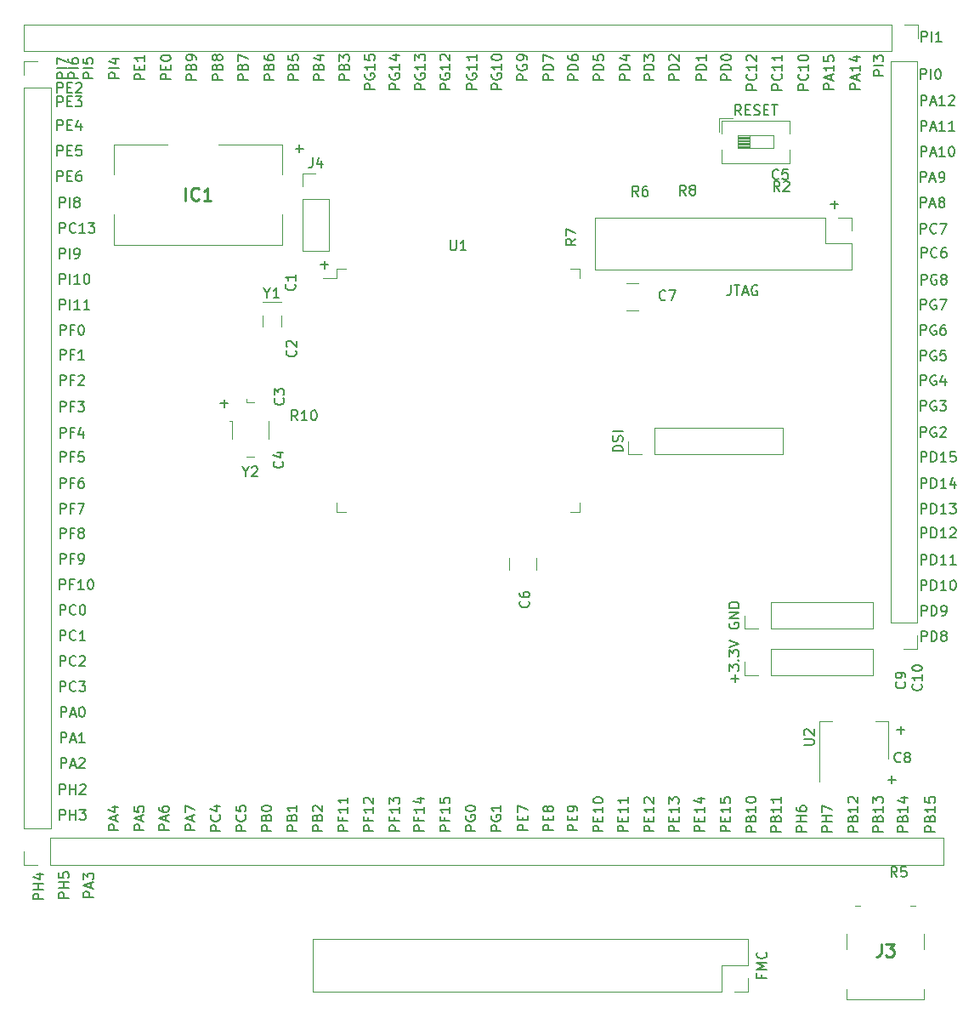
<source format=gbr>
G04 #@! TF.GenerationSoftware,KiCad,Pcbnew,(5.1.6)-1*
G04 #@! TF.CreationDate,2020-09-15T00:28:45+03:00*
G04 #@! TF.ProjectId,469devboard,34363964-6576-4626-9f61-72642e6b6963,rev?*
G04 #@! TF.SameCoordinates,Original*
G04 #@! TF.FileFunction,Legend,Top*
G04 #@! TF.FilePolarity,Positive*
%FSLAX46Y46*%
G04 Gerber Fmt 4.6, Leading zero omitted, Abs format (unit mm)*
G04 Created by KiCad (PCBNEW (5.1.6)-1) date 2020-09-15 00:28:45*
%MOMM*%
%LPD*%
G01*
G04 APERTURE LIST*
%ADD10C,0.150000*%
%ADD11C,0.120000*%
%ADD12C,0.100000*%
%ADD13C,0.254000*%
G04 APERTURE END LIST*
D10*
X89784180Y-53704976D02*
X88784180Y-53704976D01*
X88784180Y-53324023D01*
X88831800Y-53228785D01*
X88879419Y-53181166D01*
X88974657Y-53133547D01*
X89117514Y-53133547D01*
X89212752Y-53181166D01*
X89260371Y-53228785D01*
X89307990Y-53324023D01*
X89307990Y-53704976D01*
X89260371Y-52704976D02*
X89260371Y-52371642D01*
X89784180Y-52228785D02*
X89784180Y-52704976D01*
X88784180Y-52704976D01*
X88784180Y-52228785D01*
X89784180Y-51276404D02*
X89784180Y-51847833D01*
X89784180Y-51562119D02*
X88784180Y-51562119D01*
X88927038Y-51657357D01*
X89022276Y-51752595D01*
X89069895Y-51847833D01*
X92387680Y-53704976D02*
X91387680Y-53704976D01*
X91387680Y-53324023D01*
X91435300Y-53228785D01*
X91482919Y-53181166D01*
X91578157Y-53133547D01*
X91721014Y-53133547D01*
X91816252Y-53181166D01*
X91863871Y-53228785D01*
X91911490Y-53324023D01*
X91911490Y-53704976D01*
X91863871Y-52704976D02*
X91863871Y-52371642D01*
X92387680Y-52228785D02*
X92387680Y-52704976D01*
X91387680Y-52704976D01*
X91387680Y-52228785D01*
X91387680Y-51609738D02*
X91387680Y-51514500D01*
X91435300Y-51419261D01*
X91482919Y-51371642D01*
X91578157Y-51324023D01*
X91768633Y-51276404D01*
X92006728Y-51276404D01*
X92197204Y-51324023D01*
X92292442Y-51371642D01*
X92340061Y-51419261D01*
X92387680Y-51514500D01*
X92387680Y-51609738D01*
X92340061Y-51704976D01*
X92292442Y-51752595D01*
X92197204Y-51800214D01*
X92006728Y-51847833D01*
X91768633Y-51847833D01*
X91578157Y-51800214D01*
X91482919Y-51752595D01*
X91435300Y-51704976D01*
X91387680Y-51609738D01*
X94927680Y-53752595D02*
X93927680Y-53752595D01*
X93927680Y-53371642D01*
X93975300Y-53276404D01*
X94022919Y-53228785D01*
X94118157Y-53181166D01*
X94261014Y-53181166D01*
X94356252Y-53228785D01*
X94403871Y-53276404D01*
X94451490Y-53371642D01*
X94451490Y-53752595D01*
X94403871Y-52419261D02*
X94451490Y-52276404D01*
X94499109Y-52228785D01*
X94594347Y-52181166D01*
X94737204Y-52181166D01*
X94832442Y-52228785D01*
X94880061Y-52276404D01*
X94927680Y-52371642D01*
X94927680Y-52752595D01*
X93927680Y-52752595D01*
X93927680Y-52419261D01*
X93975300Y-52324023D01*
X94022919Y-52276404D01*
X94118157Y-52228785D01*
X94213395Y-52228785D01*
X94308633Y-52276404D01*
X94356252Y-52324023D01*
X94403871Y-52419261D01*
X94403871Y-52752595D01*
X94927680Y-51704976D02*
X94927680Y-51514500D01*
X94880061Y-51419261D01*
X94832442Y-51371642D01*
X94689585Y-51276404D01*
X94499109Y-51228785D01*
X94118157Y-51228785D01*
X94022919Y-51276404D01*
X93975300Y-51324023D01*
X93927680Y-51419261D01*
X93927680Y-51609738D01*
X93975300Y-51704976D01*
X94022919Y-51752595D01*
X94118157Y-51800214D01*
X94356252Y-51800214D01*
X94451490Y-51752595D01*
X94499109Y-51704976D01*
X94546728Y-51609738D01*
X94546728Y-51419261D01*
X94499109Y-51324023D01*
X94451490Y-51276404D01*
X94356252Y-51228785D01*
X97531180Y-53752595D02*
X96531180Y-53752595D01*
X96531180Y-53371642D01*
X96578800Y-53276404D01*
X96626419Y-53228785D01*
X96721657Y-53181166D01*
X96864514Y-53181166D01*
X96959752Y-53228785D01*
X97007371Y-53276404D01*
X97054990Y-53371642D01*
X97054990Y-53752595D01*
X97007371Y-52419261D02*
X97054990Y-52276404D01*
X97102609Y-52228785D01*
X97197847Y-52181166D01*
X97340704Y-52181166D01*
X97435942Y-52228785D01*
X97483561Y-52276404D01*
X97531180Y-52371642D01*
X97531180Y-52752595D01*
X96531180Y-52752595D01*
X96531180Y-52419261D01*
X96578800Y-52324023D01*
X96626419Y-52276404D01*
X96721657Y-52228785D01*
X96816895Y-52228785D01*
X96912133Y-52276404D01*
X96959752Y-52324023D01*
X97007371Y-52419261D01*
X97007371Y-52752595D01*
X96959752Y-51609738D02*
X96912133Y-51704976D01*
X96864514Y-51752595D01*
X96769276Y-51800214D01*
X96721657Y-51800214D01*
X96626419Y-51752595D01*
X96578800Y-51704976D01*
X96531180Y-51609738D01*
X96531180Y-51419261D01*
X96578800Y-51324023D01*
X96626419Y-51276404D01*
X96721657Y-51228785D01*
X96769276Y-51228785D01*
X96864514Y-51276404D01*
X96912133Y-51324023D01*
X96959752Y-51419261D01*
X96959752Y-51609738D01*
X97007371Y-51704976D01*
X97054990Y-51752595D01*
X97150228Y-51800214D01*
X97340704Y-51800214D01*
X97435942Y-51752595D01*
X97483561Y-51704976D01*
X97531180Y-51609738D01*
X97531180Y-51419261D01*
X97483561Y-51324023D01*
X97435942Y-51276404D01*
X97340704Y-51228785D01*
X97150228Y-51228785D01*
X97054990Y-51276404D01*
X97007371Y-51324023D01*
X96959752Y-51419261D01*
X100071180Y-53752595D02*
X99071180Y-53752595D01*
X99071180Y-53371642D01*
X99118800Y-53276404D01*
X99166419Y-53228785D01*
X99261657Y-53181166D01*
X99404514Y-53181166D01*
X99499752Y-53228785D01*
X99547371Y-53276404D01*
X99594990Y-53371642D01*
X99594990Y-53752595D01*
X99547371Y-52419261D02*
X99594990Y-52276404D01*
X99642609Y-52228785D01*
X99737847Y-52181166D01*
X99880704Y-52181166D01*
X99975942Y-52228785D01*
X100023561Y-52276404D01*
X100071180Y-52371642D01*
X100071180Y-52752595D01*
X99071180Y-52752595D01*
X99071180Y-52419261D01*
X99118800Y-52324023D01*
X99166419Y-52276404D01*
X99261657Y-52228785D01*
X99356895Y-52228785D01*
X99452133Y-52276404D01*
X99499752Y-52324023D01*
X99547371Y-52419261D01*
X99547371Y-52752595D01*
X99071180Y-51847833D02*
X99071180Y-51181166D01*
X100071180Y-51609738D01*
X102674680Y-53752595D02*
X101674680Y-53752595D01*
X101674680Y-53371642D01*
X101722300Y-53276404D01*
X101769919Y-53228785D01*
X101865157Y-53181166D01*
X102008014Y-53181166D01*
X102103252Y-53228785D01*
X102150871Y-53276404D01*
X102198490Y-53371642D01*
X102198490Y-53752595D01*
X102150871Y-52419261D02*
X102198490Y-52276404D01*
X102246109Y-52228785D01*
X102341347Y-52181166D01*
X102484204Y-52181166D01*
X102579442Y-52228785D01*
X102627061Y-52276404D01*
X102674680Y-52371642D01*
X102674680Y-52752595D01*
X101674680Y-52752595D01*
X101674680Y-52419261D01*
X101722300Y-52324023D01*
X101769919Y-52276404D01*
X101865157Y-52228785D01*
X101960395Y-52228785D01*
X102055633Y-52276404D01*
X102103252Y-52324023D01*
X102150871Y-52419261D01*
X102150871Y-52752595D01*
X101674680Y-51324023D02*
X101674680Y-51514500D01*
X101722300Y-51609738D01*
X101769919Y-51657357D01*
X101912776Y-51752595D01*
X102103252Y-51800214D01*
X102484204Y-51800214D01*
X102579442Y-51752595D01*
X102627061Y-51704976D01*
X102674680Y-51609738D01*
X102674680Y-51419261D01*
X102627061Y-51324023D01*
X102579442Y-51276404D01*
X102484204Y-51228785D01*
X102246109Y-51228785D01*
X102150871Y-51276404D01*
X102103252Y-51324023D01*
X102055633Y-51419261D01*
X102055633Y-51609738D01*
X102103252Y-51704976D01*
X102150871Y-51752595D01*
X102246109Y-51800214D01*
X105087680Y-53752595D02*
X104087680Y-53752595D01*
X104087680Y-53371642D01*
X104135300Y-53276404D01*
X104182919Y-53228785D01*
X104278157Y-53181166D01*
X104421014Y-53181166D01*
X104516252Y-53228785D01*
X104563871Y-53276404D01*
X104611490Y-53371642D01*
X104611490Y-53752595D01*
X104563871Y-52419261D02*
X104611490Y-52276404D01*
X104659109Y-52228785D01*
X104754347Y-52181166D01*
X104897204Y-52181166D01*
X104992442Y-52228785D01*
X105040061Y-52276404D01*
X105087680Y-52371642D01*
X105087680Y-52752595D01*
X104087680Y-52752595D01*
X104087680Y-52419261D01*
X104135300Y-52324023D01*
X104182919Y-52276404D01*
X104278157Y-52228785D01*
X104373395Y-52228785D01*
X104468633Y-52276404D01*
X104516252Y-52324023D01*
X104563871Y-52419261D01*
X104563871Y-52752595D01*
X104087680Y-51276404D02*
X104087680Y-51752595D01*
X104563871Y-51800214D01*
X104516252Y-51752595D01*
X104468633Y-51657357D01*
X104468633Y-51419261D01*
X104516252Y-51324023D01*
X104563871Y-51276404D01*
X104659109Y-51228785D01*
X104897204Y-51228785D01*
X104992442Y-51276404D01*
X105040061Y-51324023D01*
X105087680Y-51419261D01*
X105087680Y-51657357D01*
X105040061Y-51752595D01*
X104992442Y-51800214D01*
X107627680Y-53752595D02*
X106627680Y-53752595D01*
X106627680Y-53371642D01*
X106675300Y-53276404D01*
X106722919Y-53228785D01*
X106818157Y-53181166D01*
X106961014Y-53181166D01*
X107056252Y-53228785D01*
X107103871Y-53276404D01*
X107151490Y-53371642D01*
X107151490Y-53752595D01*
X107103871Y-52419261D02*
X107151490Y-52276404D01*
X107199109Y-52228785D01*
X107294347Y-52181166D01*
X107437204Y-52181166D01*
X107532442Y-52228785D01*
X107580061Y-52276404D01*
X107627680Y-52371642D01*
X107627680Y-52752595D01*
X106627680Y-52752595D01*
X106627680Y-52419261D01*
X106675300Y-52324023D01*
X106722919Y-52276404D01*
X106818157Y-52228785D01*
X106913395Y-52228785D01*
X107008633Y-52276404D01*
X107056252Y-52324023D01*
X107103871Y-52419261D01*
X107103871Y-52752595D01*
X106961014Y-51324023D02*
X107627680Y-51324023D01*
X106580061Y-51562119D02*
X107294347Y-51800214D01*
X107294347Y-51181166D01*
X110167680Y-53752595D02*
X109167680Y-53752595D01*
X109167680Y-53371642D01*
X109215300Y-53276404D01*
X109262919Y-53228785D01*
X109358157Y-53181166D01*
X109501014Y-53181166D01*
X109596252Y-53228785D01*
X109643871Y-53276404D01*
X109691490Y-53371642D01*
X109691490Y-53752595D01*
X109643871Y-52419261D02*
X109691490Y-52276404D01*
X109739109Y-52228785D01*
X109834347Y-52181166D01*
X109977204Y-52181166D01*
X110072442Y-52228785D01*
X110120061Y-52276404D01*
X110167680Y-52371642D01*
X110167680Y-52752595D01*
X109167680Y-52752595D01*
X109167680Y-52419261D01*
X109215300Y-52324023D01*
X109262919Y-52276404D01*
X109358157Y-52228785D01*
X109453395Y-52228785D01*
X109548633Y-52276404D01*
X109596252Y-52324023D01*
X109643871Y-52419261D01*
X109643871Y-52752595D01*
X109167680Y-51847833D02*
X109167680Y-51228785D01*
X109548633Y-51562119D01*
X109548633Y-51419261D01*
X109596252Y-51324023D01*
X109643871Y-51276404D01*
X109739109Y-51228785D01*
X109977204Y-51228785D01*
X110072442Y-51276404D01*
X110120061Y-51324023D01*
X110167680Y-51419261D01*
X110167680Y-51704976D01*
X110120061Y-51800214D01*
X110072442Y-51847833D01*
X112707680Y-54673285D02*
X111707680Y-54673285D01*
X111707680Y-54292333D01*
X111755300Y-54197095D01*
X111802919Y-54149476D01*
X111898157Y-54101857D01*
X112041014Y-54101857D01*
X112136252Y-54149476D01*
X112183871Y-54197095D01*
X112231490Y-54292333D01*
X112231490Y-54673285D01*
X111755300Y-53149476D02*
X111707680Y-53244714D01*
X111707680Y-53387571D01*
X111755300Y-53530428D01*
X111850538Y-53625666D01*
X111945776Y-53673285D01*
X112136252Y-53720904D01*
X112279109Y-53720904D01*
X112469585Y-53673285D01*
X112564823Y-53625666D01*
X112660061Y-53530428D01*
X112707680Y-53387571D01*
X112707680Y-53292333D01*
X112660061Y-53149476D01*
X112612442Y-53101857D01*
X112279109Y-53101857D01*
X112279109Y-53292333D01*
X112707680Y-52149476D02*
X112707680Y-52720904D01*
X112707680Y-52435190D02*
X111707680Y-52435190D01*
X111850538Y-52530428D01*
X111945776Y-52625666D01*
X111993395Y-52720904D01*
X111707680Y-51244714D02*
X111707680Y-51720904D01*
X112183871Y-51768523D01*
X112136252Y-51720904D01*
X112088633Y-51625666D01*
X112088633Y-51387571D01*
X112136252Y-51292333D01*
X112183871Y-51244714D01*
X112279109Y-51197095D01*
X112517204Y-51197095D01*
X112612442Y-51244714D01*
X112660061Y-51292333D01*
X112707680Y-51387571D01*
X112707680Y-51625666D01*
X112660061Y-51720904D01*
X112612442Y-51768523D01*
X115184180Y-54673285D02*
X114184180Y-54673285D01*
X114184180Y-54292333D01*
X114231800Y-54197095D01*
X114279419Y-54149476D01*
X114374657Y-54101857D01*
X114517514Y-54101857D01*
X114612752Y-54149476D01*
X114660371Y-54197095D01*
X114707990Y-54292333D01*
X114707990Y-54673285D01*
X114231800Y-53149476D02*
X114184180Y-53244714D01*
X114184180Y-53387571D01*
X114231800Y-53530428D01*
X114327038Y-53625666D01*
X114422276Y-53673285D01*
X114612752Y-53720904D01*
X114755609Y-53720904D01*
X114946085Y-53673285D01*
X115041323Y-53625666D01*
X115136561Y-53530428D01*
X115184180Y-53387571D01*
X115184180Y-53292333D01*
X115136561Y-53149476D01*
X115088942Y-53101857D01*
X114755609Y-53101857D01*
X114755609Y-53292333D01*
X115184180Y-52149476D02*
X115184180Y-52720904D01*
X115184180Y-52435190D02*
X114184180Y-52435190D01*
X114327038Y-52530428D01*
X114422276Y-52625666D01*
X114469895Y-52720904D01*
X114517514Y-51292333D02*
X115184180Y-51292333D01*
X114136561Y-51530428D02*
X114850847Y-51768523D01*
X114850847Y-51149476D01*
X117724180Y-54673285D02*
X116724180Y-54673285D01*
X116724180Y-54292333D01*
X116771800Y-54197095D01*
X116819419Y-54149476D01*
X116914657Y-54101857D01*
X117057514Y-54101857D01*
X117152752Y-54149476D01*
X117200371Y-54197095D01*
X117247990Y-54292333D01*
X117247990Y-54673285D01*
X116771800Y-53149476D02*
X116724180Y-53244714D01*
X116724180Y-53387571D01*
X116771800Y-53530428D01*
X116867038Y-53625666D01*
X116962276Y-53673285D01*
X117152752Y-53720904D01*
X117295609Y-53720904D01*
X117486085Y-53673285D01*
X117581323Y-53625666D01*
X117676561Y-53530428D01*
X117724180Y-53387571D01*
X117724180Y-53292333D01*
X117676561Y-53149476D01*
X117628942Y-53101857D01*
X117295609Y-53101857D01*
X117295609Y-53292333D01*
X117724180Y-52149476D02*
X117724180Y-52720904D01*
X117724180Y-52435190D02*
X116724180Y-52435190D01*
X116867038Y-52530428D01*
X116962276Y-52625666D01*
X117009895Y-52720904D01*
X116724180Y-51816142D02*
X116724180Y-51197095D01*
X117105133Y-51530428D01*
X117105133Y-51387571D01*
X117152752Y-51292333D01*
X117200371Y-51244714D01*
X117295609Y-51197095D01*
X117533704Y-51197095D01*
X117628942Y-51244714D01*
X117676561Y-51292333D01*
X117724180Y-51387571D01*
X117724180Y-51673285D01*
X117676561Y-51768523D01*
X117628942Y-51816142D01*
X120200680Y-54673285D02*
X119200680Y-54673285D01*
X119200680Y-54292333D01*
X119248300Y-54197095D01*
X119295919Y-54149476D01*
X119391157Y-54101857D01*
X119534014Y-54101857D01*
X119629252Y-54149476D01*
X119676871Y-54197095D01*
X119724490Y-54292333D01*
X119724490Y-54673285D01*
X119248300Y-53149476D02*
X119200680Y-53244714D01*
X119200680Y-53387571D01*
X119248300Y-53530428D01*
X119343538Y-53625666D01*
X119438776Y-53673285D01*
X119629252Y-53720904D01*
X119772109Y-53720904D01*
X119962585Y-53673285D01*
X120057823Y-53625666D01*
X120153061Y-53530428D01*
X120200680Y-53387571D01*
X120200680Y-53292333D01*
X120153061Y-53149476D01*
X120105442Y-53101857D01*
X119772109Y-53101857D01*
X119772109Y-53292333D01*
X120200680Y-52149476D02*
X120200680Y-52720904D01*
X120200680Y-52435190D02*
X119200680Y-52435190D01*
X119343538Y-52530428D01*
X119438776Y-52625666D01*
X119486395Y-52720904D01*
X119295919Y-51768523D02*
X119248300Y-51720904D01*
X119200680Y-51625666D01*
X119200680Y-51387571D01*
X119248300Y-51292333D01*
X119295919Y-51244714D01*
X119391157Y-51197095D01*
X119486395Y-51197095D01*
X119629252Y-51244714D01*
X120200680Y-51816142D01*
X120200680Y-51197095D01*
X122867680Y-54673285D02*
X121867680Y-54673285D01*
X121867680Y-54292333D01*
X121915300Y-54197095D01*
X121962919Y-54149476D01*
X122058157Y-54101857D01*
X122201014Y-54101857D01*
X122296252Y-54149476D01*
X122343871Y-54197095D01*
X122391490Y-54292333D01*
X122391490Y-54673285D01*
X121915300Y-53149476D02*
X121867680Y-53244714D01*
X121867680Y-53387571D01*
X121915300Y-53530428D01*
X122010538Y-53625666D01*
X122105776Y-53673285D01*
X122296252Y-53720904D01*
X122439109Y-53720904D01*
X122629585Y-53673285D01*
X122724823Y-53625666D01*
X122820061Y-53530428D01*
X122867680Y-53387571D01*
X122867680Y-53292333D01*
X122820061Y-53149476D01*
X122772442Y-53101857D01*
X122439109Y-53101857D01*
X122439109Y-53292333D01*
X122867680Y-52149476D02*
X122867680Y-52720904D01*
X122867680Y-52435190D02*
X121867680Y-52435190D01*
X122010538Y-52530428D01*
X122105776Y-52625666D01*
X122153395Y-52720904D01*
X122867680Y-51197095D02*
X122867680Y-51768523D01*
X122867680Y-51482809D02*
X121867680Y-51482809D01*
X122010538Y-51578047D01*
X122105776Y-51673285D01*
X122153395Y-51768523D01*
X125344180Y-54673285D02*
X124344180Y-54673285D01*
X124344180Y-54292333D01*
X124391800Y-54197095D01*
X124439419Y-54149476D01*
X124534657Y-54101857D01*
X124677514Y-54101857D01*
X124772752Y-54149476D01*
X124820371Y-54197095D01*
X124867990Y-54292333D01*
X124867990Y-54673285D01*
X124391800Y-53149476D02*
X124344180Y-53244714D01*
X124344180Y-53387571D01*
X124391800Y-53530428D01*
X124487038Y-53625666D01*
X124582276Y-53673285D01*
X124772752Y-53720904D01*
X124915609Y-53720904D01*
X125106085Y-53673285D01*
X125201323Y-53625666D01*
X125296561Y-53530428D01*
X125344180Y-53387571D01*
X125344180Y-53292333D01*
X125296561Y-53149476D01*
X125248942Y-53101857D01*
X124915609Y-53101857D01*
X124915609Y-53292333D01*
X125344180Y-52149476D02*
X125344180Y-52720904D01*
X125344180Y-52435190D02*
X124344180Y-52435190D01*
X124487038Y-52530428D01*
X124582276Y-52625666D01*
X124629895Y-52720904D01*
X124344180Y-51530428D02*
X124344180Y-51435190D01*
X124391800Y-51339952D01*
X124439419Y-51292333D01*
X124534657Y-51244714D01*
X124725133Y-51197095D01*
X124963228Y-51197095D01*
X125153704Y-51244714D01*
X125248942Y-51292333D01*
X125296561Y-51339952D01*
X125344180Y-51435190D01*
X125344180Y-51530428D01*
X125296561Y-51625666D01*
X125248942Y-51673285D01*
X125153704Y-51720904D01*
X124963228Y-51768523D01*
X124725133Y-51768523D01*
X124534657Y-51720904D01*
X124439419Y-51673285D01*
X124391800Y-51625666D01*
X124344180Y-51530428D01*
X127884180Y-53752595D02*
X126884180Y-53752595D01*
X126884180Y-53371642D01*
X126931800Y-53276404D01*
X126979419Y-53228785D01*
X127074657Y-53181166D01*
X127217514Y-53181166D01*
X127312752Y-53228785D01*
X127360371Y-53276404D01*
X127407990Y-53371642D01*
X127407990Y-53752595D01*
X126931800Y-52228785D02*
X126884180Y-52324023D01*
X126884180Y-52466880D01*
X126931800Y-52609738D01*
X127027038Y-52704976D01*
X127122276Y-52752595D01*
X127312752Y-52800214D01*
X127455609Y-52800214D01*
X127646085Y-52752595D01*
X127741323Y-52704976D01*
X127836561Y-52609738D01*
X127884180Y-52466880D01*
X127884180Y-52371642D01*
X127836561Y-52228785D01*
X127788942Y-52181166D01*
X127455609Y-52181166D01*
X127455609Y-52371642D01*
X127884180Y-51704976D02*
X127884180Y-51514500D01*
X127836561Y-51419261D01*
X127788942Y-51371642D01*
X127646085Y-51276404D01*
X127455609Y-51228785D01*
X127074657Y-51228785D01*
X126979419Y-51276404D01*
X126931800Y-51324023D01*
X126884180Y-51419261D01*
X126884180Y-51609738D01*
X126931800Y-51704976D01*
X126979419Y-51752595D01*
X127074657Y-51800214D01*
X127312752Y-51800214D01*
X127407990Y-51752595D01*
X127455609Y-51704976D01*
X127503228Y-51609738D01*
X127503228Y-51419261D01*
X127455609Y-51324023D01*
X127407990Y-51276404D01*
X127312752Y-51228785D01*
X130487680Y-53752595D02*
X129487680Y-53752595D01*
X129487680Y-53371642D01*
X129535300Y-53276404D01*
X129582919Y-53228785D01*
X129678157Y-53181166D01*
X129821014Y-53181166D01*
X129916252Y-53228785D01*
X129963871Y-53276404D01*
X130011490Y-53371642D01*
X130011490Y-53752595D01*
X130487680Y-52752595D02*
X129487680Y-52752595D01*
X129487680Y-52514500D01*
X129535300Y-52371642D01*
X129630538Y-52276404D01*
X129725776Y-52228785D01*
X129916252Y-52181166D01*
X130059109Y-52181166D01*
X130249585Y-52228785D01*
X130344823Y-52276404D01*
X130440061Y-52371642D01*
X130487680Y-52514500D01*
X130487680Y-52752595D01*
X129487680Y-51847833D02*
X129487680Y-51181166D01*
X130487680Y-51609738D01*
X132964180Y-53752595D02*
X131964180Y-53752595D01*
X131964180Y-53371642D01*
X132011800Y-53276404D01*
X132059419Y-53228785D01*
X132154657Y-53181166D01*
X132297514Y-53181166D01*
X132392752Y-53228785D01*
X132440371Y-53276404D01*
X132487990Y-53371642D01*
X132487990Y-53752595D01*
X132964180Y-52752595D02*
X131964180Y-52752595D01*
X131964180Y-52514500D01*
X132011800Y-52371642D01*
X132107038Y-52276404D01*
X132202276Y-52228785D01*
X132392752Y-52181166D01*
X132535609Y-52181166D01*
X132726085Y-52228785D01*
X132821323Y-52276404D01*
X132916561Y-52371642D01*
X132964180Y-52514500D01*
X132964180Y-52752595D01*
X131964180Y-51324023D02*
X131964180Y-51514500D01*
X132011800Y-51609738D01*
X132059419Y-51657357D01*
X132202276Y-51752595D01*
X132392752Y-51800214D01*
X132773704Y-51800214D01*
X132868942Y-51752595D01*
X132916561Y-51704976D01*
X132964180Y-51609738D01*
X132964180Y-51419261D01*
X132916561Y-51324023D01*
X132868942Y-51276404D01*
X132773704Y-51228785D01*
X132535609Y-51228785D01*
X132440371Y-51276404D01*
X132392752Y-51324023D01*
X132345133Y-51419261D01*
X132345133Y-51609738D01*
X132392752Y-51704976D01*
X132440371Y-51752595D01*
X132535609Y-51800214D01*
X135504180Y-53752595D02*
X134504180Y-53752595D01*
X134504180Y-53371642D01*
X134551800Y-53276404D01*
X134599419Y-53228785D01*
X134694657Y-53181166D01*
X134837514Y-53181166D01*
X134932752Y-53228785D01*
X134980371Y-53276404D01*
X135027990Y-53371642D01*
X135027990Y-53752595D01*
X135504180Y-52752595D02*
X134504180Y-52752595D01*
X134504180Y-52514500D01*
X134551800Y-52371642D01*
X134647038Y-52276404D01*
X134742276Y-52228785D01*
X134932752Y-52181166D01*
X135075609Y-52181166D01*
X135266085Y-52228785D01*
X135361323Y-52276404D01*
X135456561Y-52371642D01*
X135504180Y-52514500D01*
X135504180Y-52752595D01*
X134504180Y-51276404D02*
X134504180Y-51752595D01*
X134980371Y-51800214D01*
X134932752Y-51752595D01*
X134885133Y-51657357D01*
X134885133Y-51419261D01*
X134932752Y-51324023D01*
X134980371Y-51276404D01*
X135075609Y-51228785D01*
X135313704Y-51228785D01*
X135408942Y-51276404D01*
X135456561Y-51324023D01*
X135504180Y-51419261D01*
X135504180Y-51657357D01*
X135456561Y-51752595D01*
X135408942Y-51800214D01*
X138107680Y-53752595D02*
X137107680Y-53752595D01*
X137107680Y-53371642D01*
X137155300Y-53276404D01*
X137202919Y-53228785D01*
X137298157Y-53181166D01*
X137441014Y-53181166D01*
X137536252Y-53228785D01*
X137583871Y-53276404D01*
X137631490Y-53371642D01*
X137631490Y-53752595D01*
X138107680Y-52752595D02*
X137107680Y-52752595D01*
X137107680Y-52514500D01*
X137155300Y-52371642D01*
X137250538Y-52276404D01*
X137345776Y-52228785D01*
X137536252Y-52181166D01*
X137679109Y-52181166D01*
X137869585Y-52228785D01*
X137964823Y-52276404D01*
X138060061Y-52371642D01*
X138107680Y-52514500D01*
X138107680Y-52752595D01*
X137441014Y-51324023D02*
X138107680Y-51324023D01*
X137060061Y-51562119D02*
X137774347Y-51800214D01*
X137774347Y-51181166D01*
X140520680Y-53752595D02*
X139520680Y-53752595D01*
X139520680Y-53371642D01*
X139568300Y-53276404D01*
X139615919Y-53228785D01*
X139711157Y-53181166D01*
X139854014Y-53181166D01*
X139949252Y-53228785D01*
X139996871Y-53276404D01*
X140044490Y-53371642D01*
X140044490Y-53752595D01*
X140520680Y-52752595D02*
X139520680Y-52752595D01*
X139520680Y-52514500D01*
X139568300Y-52371642D01*
X139663538Y-52276404D01*
X139758776Y-52228785D01*
X139949252Y-52181166D01*
X140092109Y-52181166D01*
X140282585Y-52228785D01*
X140377823Y-52276404D01*
X140473061Y-52371642D01*
X140520680Y-52514500D01*
X140520680Y-52752595D01*
X139520680Y-51847833D02*
X139520680Y-51228785D01*
X139901633Y-51562119D01*
X139901633Y-51419261D01*
X139949252Y-51324023D01*
X139996871Y-51276404D01*
X140092109Y-51228785D01*
X140330204Y-51228785D01*
X140425442Y-51276404D01*
X140473061Y-51324023D01*
X140520680Y-51419261D01*
X140520680Y-51704976D01*
X140473061Y-51800214D01*
X140425442Y-51847833D01*
X142997180Y-53752595D02*
X141997180Y-53752595D01*
X141997180Y-53371642D01*
X142044800Y-53276404D01*
X142092419Y-53228785D01*
X142187657Y-53181166D01*
X142330514Y-53181166D01*
X142425752Y-53228785D01*
X142473371Y-53276404D01*
X142520990Y-53371642D01*
X142520990Y-53752595D01*
X142997180Y-52752595D02*
X141997180Y-52752595D01*
X141997180Y-52514500D01*
X142044800Y-52371642D01*
X142140038Y-52276404D01*
X142235276Y-52228785D01*
X142425752Y-52181166D01*
X142568609Y-52181166D01*
X142759085Y-52228785D01*
X142854323Y-52276404D01*
X142949561Y-52371642D01*
X142997180Y-52514500D01*
X142997180Y-52752595D01*
X142092419Y-51800214D02*
X142044800Y-51752595D01*
X141997180Y-51657357D01*
X141997180Y-51419261D01*
X142044800Y-51324023D01*
X142092419Y-51276404D01*
X142187657Y-51228785D01*
X142282895Y-51228785D01*
X142425752Y-51276404D01*
X142997180Y-51847833D01*
X142997180Y-51228785D01*
X145727680Y-53752595D02*
X144727680Y-53752595D01*
X144727680Y-53371642D01*
X144775300Y-53276404D01*
X144822919Y-53228785D01*
X144918157Y-53181166D01*
X145061014Y-53181166D01*
X145156252Y-53228785D01*
X145203871Y-53276404D01*
X145251490Y-53371642D01*
X145251490Y-53752595D01*
X145727680Y-52752595D02*
X144727680Y-52752595D01*
X144727680Y-52514500D01*
X144775300Y-52371642D01*
X144870538Y-52276404D01*
X144965776Y-52228785D01*
X145156252Y-52181166D01*
X145299109Y-52181166D01*
X145489585Y-52228785D01*
X145584823Y-52276404D01*
X145680061Y-52371642D01*
X145727680Y-52514500D01*
X145727680Y-52752595D01*
X145727680Y-51228785D02*
X145727680Y-51800214D01*
X145727680Y-51514500D02*
X144727680Y-51514500D01*
X144870538Y-51609738D01*
X144965776Y-51704976D01*
X145013395Y-51800214D01*
X148204180Y-53752595D02*
X147204180Y-53752595D01*
X147204180Y-53371642D01*
X147251800Y-53276404D01*
X147299419Y-53228785D01*
X147394657Y-53181166D01*
X147537514Y-53181166D01*
X147632752Y-53228785D01*
X147680371Y-53276404D01*
X147727990Y-53371642D01*
X147727990Y-53752595D01*
X148204180Y-52752595D02*
X147204180Y-52752595D01*
X147204180Y-52514500D01*
X147251800Y-52371642D01*
X147347038Y-52276404D01*
X147442276Y-52228785D01*
X147632752Y-52181166D01*
X147775609Y-52181166D01*
X147966085Y-52228785D01*
X148061323Y-52276404D01*
X148156561Y-52371642D01*
X148204180Y-52514500D01*
X148204180Y-52752595D01*
X147204180Y-51562119D02*
X147204180Y-51466880D01*
X147251800Y-51371642D01*
X147299419Y-51324023D01*
X147394657Y-51276404D01*
X147585133Y-51228785D01*
X147823228Y-51228785D01*
X148013704Y-51276404D01*
X148108942Y-51324023D01*
X148156561Y-51371642D01*
X148204180Y-51466880D01*
X148204180Y-51562119D01*
X148156561Y-51657357D01*
X148108942Y-51704976D01*
X148013704Y-51752595D01*
X147823228Y-51800214D01*
X147585133Y-51800214D01*
X147394657Y-51752595D01*
X147299419Y-51704976D01*
X147251800Y-51657357D01*
X147204180Y-51562119D01*
X150744180Y-54736785D02*
X149744180Y-54736785D01*
X149744180Y-54355833D01*
X149791800Y-54260595D01*
X149839419Y-54212976D01*
X149934657Y-54165357D01*
X150077514Y-54165357D01*
X150172752Y-54212976D01*
X150220371Y-54260595D01*
X150267990Y-54355833D01*
X150267990Y-54736785D01*
X150648942Y-53165357D02*
X150696561Y-53212976D01*
X150744180Y-53355833D01*
X150744180Y-53451071D01*
X150696561Y-53593928D01*
X150601323Y-53689166D01*
X150506085Y-53736785D01*
X150315609Y-53784404D01*
X150172752Y-53784404D01*
X149982276Y-53736785D01*
X149887038Y-53689166D01*
X149791800Y-53593928D01*
X149744180Y-53451071D01*
X149744180Y-53355833D01*
X149791800Y-53212976D01*
X149839419Y-53165357D01*
X150744180Y-52212976D02*
X150744180Y-52784404D01*
X150744180Y-52498690D02*
X149744180Y-52498690D01*
X149887038Y-52593928D01*
X149982276Y-52689166D01*
X150029895Y-52784404D01*
X149839419Y-51832023D02*
X149791800Y-51784404D01*
X149744180Y-51689166D01*
X149744180Y-51451071D01*
X149791800Y-51355833D01*
X149839419Y-51308214D01*
X149934657Y-51260595D01*
X150029895Y-51260595D01*
X150172752Y-51308214D01*
X150744180Y-51879642D01*
X150744180Y-51260595D01*
X153284180Y-54736785D02*
X152284180Y-54736785D01*
X152284180Y-54355833D01*
X152331800Y-54260595D01*
X152379419Y-54212976D01*
X152474657Y-54165357D01*
X152617514Y-54165357D01*
X152712752Y-54212976D01*
X152760371Y-54260595D01*
X152807990Y-54355833D01*
X152807990Y-54736785D01*
X153188942Y-53165357D02*
X153236561Y-53212976D01*
X153284180Y-53355833D01*
X153284180Y-53451071D01*
X153236561Y-53593928D01*
X153141323Y-53689166D01*
X153046085Y-53736785D01*
X152855609Y-53784404D01*
X152712752Y-53784404D01*
X152522276Y-53736785D01*
X152427038Y-53689166D01*
X152331800Y-53593928D01*
X152284180Y-53451071D01*
X152284180Y-53355833D01*
X152331800Y-53212976D01*
X152379419Y-53165357D01*
X153284180Y-52212976D02*
X153284180Y-52784404D01*
X153284180Y-52498690D02*
X152284180Y-52498690D01*
X152427038Y-52593928D01*
X152522276Y-52689166D01*
X152569895Y-52784404D01*
X153284180Y-51260595D02*
X153284180Y-51832023D01*
X153284180Y-51546309D02*
X152284180Y-51546309D01*
X152427038Y-51641547D01*
X152522276Y-51736785D01*
X152569895Y-51832023D01*
X155887680Y-54736785D02*
X154887680Y-54736785D01*
X154887680Y-54355833D01*
X154935300Y-54260595D01*
X154982919Y-54212976D01*
X155078157Y-54165357D01*
X155221014Y-54165357D01*
X155316252Y-54212976D01*
X155363871Y-54260595D01*
X155411490Y-54355833D01*
X155411490Y-54736785D01*
X155792442Y-53165357D02*
X155840061Y-53212976D01*
X155887680Y-53355833D01*
X155887680Y-53451071D01*
X155840061Y-53593928D01*
X155744823Y-53689166D01*
X155649585Y-53736785D01*
X155459109Y-53784404D01*
X155316252Y-53784404D01*
X155125776Y-53736785D01*
X155030538Y-53689166D01*
X154935300Y-53593928D01*
X154887680Y-53451071D01*
X154887680Y-53355833D01*
X154935300Y-53212976D01*
X154982919Y-53165357D01*
X155887680Y-52212976D02*
X155887680Y-52784404D01*
X155887680Y-52498690D02*
X154887680Y-52498690D01*
X155030538Y-52593928D01*
X155125776Y-52689166D01*
X155173395Y-52784404D01*
X154887680Y-51593928D02*
X154887680Y-51498690D01*
X154935300Y-51403452D01*
X154982919Y-51355833D01*
X155078157Y-51308214D01*
X155268633Y-51260595D01*
X155506728Y-51260595D01*
X155697204Y-51308214D01*
X155792442Y-51355833D01*
X155840061Y-51403452D01*
X155887680Y-51498690D01*
X155887680Y-51593928D01*
X155840061Y-51689166D01*
X155792442Y-51736785D01*
X155697204Y-51784404D01*
X155506728Y-51832023D01*
X155268633Y-51832023D01*
X155078157Y-51784404D01*
X154982919Y-51736785D01*
X154935300Y-51689166D01*
X154887680Y-51593928D01*
X158427680Y-54665357D02*
X157427680Y-54665357D01*
X157427680Y-54284404D01*
X157475300Y-54189166D01*
X157522919Y-54141547D01*
X157618157Y-54093928D01*
X157761014Y-54093928D01*
X157856252Y-54141547D01*
X157903871Y-54189166D01*
X157951490Y-54284404D01*
X157951490Y-54665357D01*
X158141966Y-53712976D02*
X158141966Y-53236785D01*
X158427680Y-53808214D02*
X157427680Y-53474880D01*
X158427680Y-53141547D01*
X158427680Y-52284404D02*
X158427680Y-52855833D01*
X158427680Y-52570119D02*
X157427680Y-52570119D01*
X157570538Y-52665357D01*
X157665776Y-52760595D01*
X157713395Y-52855833D01*
X157427680Y-51379642D02*
X157427680Y-51855833D01*
X157903871Y-51903452D01*
X157856252Y-51855833D01*
X157808633Y-51760595D01*
X157808633Y-51522500D01*
X157856252Y-51427261D01*
X157903871Y-51379642D01*
X157999109Y-51332023D01*
X158237204Y-51332023D01*
X158332442Y-51379642D01*
X158380061Y-51427261D01*
X158427680Y-51522500D01*
X158427680Y-51760595D01*
X158380061Y-51855833D01*
X158332442Y-51903452D01*
X161031180Y-54665357D02*
X160031180Y-54665357D01*
X160031180Y-54284404D01*
X160078800Y-54189166D01*
X160126419Y-54141547D01*
X160221657Y-54093928D01*
X160364514Y-54093928D01*
X160459752Y-54141547D01*
X160507371Y-54189166D01*
X160554990Y-54284404D01*
X160554990Y-54665357D01*
X160745466Y-53712976D02*
X160745466Y-53236785D01*
X161031180Y-53808214D02*
X160031180Y-53474880D01*
X161031180Y-53141547D01*
X161031180Y-52284404D02*
X161031180Y-52855833D01*
X161031180Y-52570119D02*
X160031180Y-52570119D01*
X160174038Y-52665357D01*
X160269276Y-52760595D01*
X160316895Y-52855833D01*
X160364514Y-51427261D02*
X161031180Y-51427261D01*
X159983561Y-51665357D02*
X160697847Y-51903452D01*
X160697847Y-51284404D01*
X163380680Y-53300190D02*
X162380680Y-53300190D01*
X162380680Y-52919238D01*
X162428300Y-52824000D01*
X162475919Y-52776380D01*
X162571157Y-52728761D01*
X162714014Y-52728761D01*
X162809252Y-52776380D01*
X162856871Y-52824000D01*
X162904490Y-52919238D01*
X162904490Y-53300190D01*
X163380680Y-52300190D02*
X162380680Y-52300190D01*
X162380680Y-51919238D02*
X162380680Y-51300190D01*
X162761633Y-51633523D01*
X162761633Y-51490666D01*
X162809252Y-51395428D01*
X162856871Y-51347809D01*
X162952109Y-51300190D01*
X163190204Y-51300190D01*
X163285442Y-51347809D01*
X163333061Y-51395428D01*
X163380680Y-51490666D01*
X163380680Y-51776380D01*
X163333061Y-51871619D01*
X163285442Y-51919238D01*
X167159109Y-49918880D02*
X167159109Y-48918880D01*
X167540061Y-48918880D01*
X167635300Y-48966500D01*
X167682919Y-49014119D01*
X167730538Y-49109357D01*
X167730538Y-49252214D01*
X167682919Y-49347452D01*
X167635300Y-49395071D01*
X167540061Y-49442690D01*
X167159109Y-49442690D01*
X168159109Y-49918880D02*
X168159109Y-48918880D01*
X169159109Y-49918880D02*
X168587680Y-49918880D01*
X168873395Y-49918880D02*
X168873395Y-48918880D01*
X168778157Y-49061738D01*
X168682919Y-49156976D01*
X168587680Y-49204595D01*
X167095609Y-53665380D02*
X167095609Y-52665380D01*
X167476561Y-52665380D01*
X167571800Y-52713000D01*
X167619419Y-52760619D01*
X167667038Y-52855857D01*
X167667038Y-52998714D01*
X167619419Y-53093952D01*
X167571800Y-53141571D01*
X167476561Y-53189190D01*
X167095609Y-53189190D01*
X168095609Y-53665380D02*
X168095609Y-52665380D01*
X168762276Y-52665380D02*
X168857514Y-52665380D01*
X168952752Y-52713000D01*
X169000371Y-52760619D01*
X169047990Y-52855857D01*
X169095609Y-53046333D01*
X169095609Y-53284428D01*
X169047990Y-53474904D01*
X169000371Y-53570142D01*
X168952752Y-53617761D01*
X168857514Y-53665380D01*
X168762276Y-53665380D01*
X168667038Y-53617761D01*
X168619419Y-53570142D01*
X168571800Y-53474904D01*
X168524180Y-53284428D01*
X168524180Y-53046333D01*
X168571800Y-52855857D01*
X168619419Y-52760619D01*
X168667038Y-52713000D01*
X168762276Y-52665380D01*
X167127442Y-56268880D02*
X167127442Y-55268880D01*
X167508395Y-55268880D01*
X167603633Y-55316500D01*
X167651252Y-55364119D01*
X167698871Y-55459357D01*
X167698871Y-55602214D01*
X167651252Y-55697452D01*
X167603633Y-55745071D01*
X167508395Y-55792690D01*
X167127442Y-55792690D01*
X168079823Y-55983166D02*
X168556014Y-55983166D01*
X167984585Y-56268880D02*
X168317919Y-55268880D01*
X168651252Y-56268880D01*
X169508395Y-56268880D02*
X168936966Y-56268880D01*
X169222680Y-56268880D02*
X169222680Y-55268880D01*
X169127442Y-55411738D01*
X169032204Y-55506976D01*
X168936966Y-55554595D01*
X169889347Y-55364119D02*
X169936966Y-55316500D01*
X170032204Y-55268880D01*
X170270300Y-55268880D01*
X170365538Y-55316500D01*
X170413157Y-55364119D01*
X170460776Y-55459357D01*
X170460776Y-55554595D01*
X170413157Y-55697452D01*
X169841728Y-56268880D01*
X170460776Y-56268880D01*
X167127442Y-58808880D02*
X167127442Y-57808880D01*
X167508395Y-57808880D01*
X167603633Y-57856500D01*
X167651252Y-57904119D01*
X167698871Y-57999357D01*
X167698871Y-58142214D01*
X167651252Y-58237452D01*
X167603633Y-58285071D01*
X167508395Y-58332690D01*
X167127442Y-58332690D01*
X168079823Y-58523166D02*
X168556014Y-58523166D01*
X167984585Y-58808880D02*
X168317919Y-57808880D01*
X168651252Y-58808880D01*
X169508395Y-58808880D02*
X168936966Y-58808880D01*
X169222680Y-58808880D02*
X169222680Y-57808880D01*
X169127442Y-57951738D01*
X169032204Y-58046976D01*
X168936966Y-58094595D01*
X170460776Y-58808880D02*
X169889347Y-58808880D01*
X170175061Y-58808880D02*
X170175061Y-57808880D01*
X170079823Y-57951738D01*
X169984585Y-58046976D01*
X169889347Y-58094595D01*
X167127442Y-61348880D02*
X167127442Y-60348880D01*
X167508395Y-60348880D01*
X167603633Y-60396500D01*
X167651252Y-60444119D01*
X167698871Y-60539357D01*
X167698871Y-60682214D01*
X167651252Y-60777452D01*
X167603633Y-60825071D01*
X167508395Y-60872690D01*
X167127442Y-60872690D01*
X168079823Y-61063166D02*
X168556014Y-61063166D01*
X167984585Y-61348880D02*
X168317919Y-60348880D01*
X168651252Y-61348880D01*
X169508395Y-61348880D02*
X168936966Y-61348880D01*
X169222680Y-61348880D02*
X169222680Y-60348880D01*
X169127442Y-60491738D01*
X169032204Y-60586976D01*
X168936966Y-60634595D01*
X170127442Y-60348880D02*
X170222680Y-60348880D01*
X170317919Y-60396500D01*
X170365538Y-60444119D01*
X170413157Y-60539357D01*
X170460776Y-60729833D01*
X170460776Y-60967928D01*
X170413157Y-61158404D01*
X170365538Y-61253642D01*
X170317919Y-61301261D01*
X170222680Y-61348880D01*
X170127442Y-61348880D01*
X170032204Y-61301261D01*
X169984585Y-61253642D01*
X169936966Y-61158404D01*
X169889347Y-60967928D01*
X169889347Y-60729833D01*
X169936966Y-60539357D01*
X169984585Y-60444119D01*
X170032204Y-60396500D01*
X170127442Y-60348880D01*
X167095633Y-63888880D02*
X167095633Y-62888880D01*
X167476585Y-62888880D01*
X167571823Y-62936500D01*
X167619442Y-62984119D01*
X167667061Y-63079357D01*
X167667061Y-63222214D01*
X167619442Y-63317452D01*
X167571823Y-63365071D01*
X167476585Y-63412690D01*
X167095633Y-63412690D01*
X168048014Y-63603166D02*
X168524204Y-63603166D01*
X167952776Y-63888880D02*
X168286109Y-62888880D01*
X168619442Y-63888880D01*
X169000395Y-63888880D02*
X169190871Y-63888880D01*
X169286109Y-63841261D01*
X169333728Y-63793642D01*
X169428966Y-63650785D01*
X169476585Y-63460309D01*
X169476585Y-63079357D01*
X169428966Y-62984119D01*
X169381347Y-62936500D01*
X169286109Y-62888880D01*
X169095633Y-62888880D01*
X169000395Y-62936500D01*
X168952776Y-62984119D01*
X168905157Y-63079357D01*
X168905157Y-63317452D01*
X168952776Y-63412690D01*
X169000395Y-63460309D01*
X169095633Y-63507928D01*
X169286109Y-63507928D01*
X169381347Y-63460309D01*
X169428966Y-63412690D01*
X169476585Y-63317452D01*
X167095633Y-66428880D02*
X167095633Y-65428880D01*
X167476585Y-65428880D01*
X167571823Y-65476500D01*
X167619442Y-65524119D01*
X167667061Y-65619357D01*
X167667061Y-65762214D01*
X167619442Y-65857452D01*
X167571823Y-65905071D01*
X167476585Y-65952690D01*
X167095633Y-65952690D01*
X168048014Y-66143166D02*
X168524204Y-66143166D01*
X167952776Y-66428880D02*
X168286109Y-65428880D01*
X168619442Y-66428880D01*
X169095633Y-65857452D02*
X169000395Y-65809833D01*
X168952776Y-65762214D01*
X168905157Y-65666976D01*
X168905157Y-65619357D01*
X168952776Y-65524119D01*
X169000395Y-65476500D01*
X169095633Y-65428880D01*
X169286109Y-65428880D01*
X169381347Y-65476500D01*
X169428966Y-65524119D01*
X169476585Y-65619357D01*
X169476585Y-65666976D01*
X169428966Y-65762214D01*
X169381347Y-65809833D01*
X169286109Y-65857452D01*
X169095633Y-65857452D01*
X169000395Y-65905071D01*
X168952776Y-65952690D01*
X168905157Y-66047928D01*
X168905157Y-66238404D01*
X168952776Y-66333642D01*
X169000395Y-66381261D01*
X169095633Y-66428880D01*
X169286109Y-66428880D01*
X169381347Y-66381261D01*
X169428966Y-66333642D01*
X169476585Y-66238404D01*
X169476585Y-66047928D01*
X169428966Y-65952690D01*
X169381347Y-65905071D01*
X169286109Y-65857452D01*
X167087704Y-69032380D02*
X167087704Y-68032380D01*
X167468657Y-68032380D01*
X167563895Y-68080000D01*
X167611514Y-68127619D01*
X167659133Y-68222857D01*
X167659133Y-68365714D01*
X167611514Y-68460952D01*
X167563895Y-68508571D01*
X167468657Y-68556190D01*
X167087704Y-68556190D01*
X168659133Y-68937142D02*
X168611514Y-68984761D01*
X168468657Y-69032380D01*
X168373419Y-69032380D01*
X168230561Y-68984761D01*
X168135323Y-68889523D01*
X168087704Y-68794285D01*
X168040085Y-68603809D01*
X168040085Y-68460952D01*
X168087704Y-68270476D01*
X168135323Y-68175238D01*
X168230561Y-68080000D01*
X168373419Y-68032380D01*
X168468657Y-68032380D01*
X168611514Y-68080000D01*
X168659133Y-68127619D01*
X168992466Y-68032380D02*
X169659133Y-68032380D01*
X169230561Y-69032380D01*
X167151204Y-71445380D02*
X167151204Y-70445380D01*
X167532157Y-70445380D01*
X167627395Y-70493000D01*
X167675014Y-70540619D01*
X167722633Y-70635857D01*
X167722633Y-70778714D01*
X167675014Y-70873952D01*
X167627395Y-70921571D01*
X167532157Y-70969190D01*
X167151204Y-70969190D01*
X168722633Y-71350142D02*
X168675014Y-71397761D01*
X168532157Y-71445380D01*
X168436919Y-71445380D01*
X168294061Y-71397761D01*
X168198823Y-71302523D01*
X168151204Y-71207285D01*
X168103585Y-71016809D01*
X168103585Y-70873952D01*
X168151204Y-70683476D01*
X168198823Y-70588238D01*
X168294061Y-70493000D01*
X168436919Y-70445380D01*
X168532157Y-70445380D01*
X168675014Y-70493000D01*
X168722633Y-70540619D01*
X169579776Y-70445380D02*
X169389300Y-70445380D01*
X169294061Y-70493000D01*
X169246442Y-70540619D01*
X169151204Y-70683476D01*
X169103585Y-70873952D01*
X169103585Y-71254904D01*
X169151204Y-71350142D01*
X169198823Y-71397761D01*
X169294061Y-71445380D01*
X169484538Y-71445380D01*
X169579776Y-71397761D01*
X169627395Y-71350142D01*
X169675014Y-71254904D01*
X169675014Y-71016809D01*
X169627395Y-70921571D01*
X169579776Y-70873952D01*
X169484538Y-70826333D01*
X169294061Y-70826333D01*
X169198823Y-70873952D01*
X169151204Y-70921571D01*
X169103585Y-71016809D01*
X167151204Y-74112380D02*
X167151204Y-73112380D01*
X167532157Y-73112380D01*
X167627395Y-73160000D01*
X167675014Y-73207619D01*
X167722633Y-73302857D01*
X167722633Y-73445714D01*
X167675014Y-73540952D01*
X167627395Y-73588571D01*
X167532157Y-73636190D01*
X167151204Y-73636190D01*
X168675014Y-73160000D02*
X168579776Y-73112380D01*
X168436919Y-73112380D01*
X168294061Y-73160000D01*
X168198823Y-73255238D01*
X168151204Y-73350476D01*
X168103585Y-73540952D01*
X168103585Y-73683809D01*
X168151204Y-73874285D01*
X168198823Y-73969523D01*
X168294061Y-74064761D01*
X168436919Y-74112380D01*
X168532157Y-74112380D01*
X168675014Y-74064761D01*
X168722633Y-74017142D01*
X168722633Y-73683809D01*
X168532157Y-73683809D01*
X169294061Y-73540952D02*
X169198823Y-73493333D01*
X169151204Y-73445714D01*
X169103585Y-73350476D01*
X169103585Y-73302857D01*
X169151204Y-73207619D01*
X169198823Y-73160000D01*
X169294061Y-73112380D01*
X169484538Y-73112380D01*
X169579776Y-73160000D01*
X169627395Y-73207619D01*
X169675014Y-73302857D01*
X169675014Y-73350476D01*
X169627395Y-73445714D01*
X169579776Y-73493333D01*
X169484538Y-73540952D01*
X169294061Y-73540952D01*
X169198823Y-73588571D01*
X169151204Y-73636190D01*
X169103585Y-73731428D01*
X169103585Y-73921904D01*
X169151204Y-74017142D01*
X169198823Y-74064761D01*
X169294061Y-74112380D01*
X169484538Y-74112380D01*
X169579776Y-74064761D01*
X169627395Y-74017142D01*
X169675014Y-73921904D01*
X169675014Y-73731428D01*
X169627395Y-73636190D01*
X169579776Y-73588571D01*
X169484538Y-73540952D01*
X167087704Y-76588880D02*
X167087704Y-75588880D01*
X167468657Y-75588880D01*
X167563895Y-75636500D01*
X167611514Y-75684119D01*
X167659133Y-75779357D01*
X167659133Y-75922214D01*
X167611514Y-76017452D01*
X167563895Y-76065071D01*
X167468657Y-76112690D01*
X167087704Y-76112690D01*
X168611514Y-75636500D02*
X168516276Y-75588880D01*
X168373419Y-75588880D01*
X168230561Y-75636500D01*
X168135323Y-75731738D01*
X168087704Y-75826976D01*
X168040085Y-76017452D01*
X168040085Y-76160309D01*
X168087704Y-76350785D01*
X168135323Y-76446023D01*
X168230561Y-76541261D01*
X168373419Y-76588880D01*
X168468657Y-76588880D01*
X168611514Y-76541261D01*
X168659133Y-76493642D01*
X168659133Y-76160309D01*
X168468657Y-76160309D01*
X168992466Y-75588880D02*
X169659133Y-75588880D01*
X169230561Y-76588880D01*
X167087704Y-79128880D02*
X167087704Y-78128880D01*
X167468657Y-78128880D01*
X167563895Y-78176500D01*
X167611514Y-78224119D01*
X167659133Y-78319357D01*
X167659133Y-78462214D01*
X167611514Y-78557452D01*
X167563895Y-78605071D01*
X167468657Y-78652690D01*
X167087704Y-78652690D01*
X168611514Y-78176500D02*
X168516276Y-78128880D01*
X168373419Y-78128880D01*
X168230561Y-78176500D01*
X168135323Y-78271738D01*
X168087704Y-78366976D01*
X168040085Y-78557452D01*
X168040085Y-78700309D01*
X168087704Y-78890785D01*
X168135323Y-78986023D01*
X168230561Y-79081261D01*
X168373419Y-79128880D01*
X168468657Y-79128880D01*
X168611514Y-79081261D01*
X168659133Y-79033642D01*
X168659133Y-78700309D01*
X168468657Y-78700309D01*
X169516276Y-78128880D02*
X169325800Y-78128880D01*
X169230561Y-78176500D01*
X169182942Y-78224119D01*
X169087704Y-78366976D01*
X169040085Y-78557452D01*
X169040085Y-78938404D01*
X169087704Y-79033642D01*
X169135323Y-79081261D01*
X169230561Y-79128880D01*
X169421038Y-79128880D01*
X169516276Y-79081261D01*
X169563895Y-79033642D01*
X169611514Y-78938404D01*
X169611514Y-78700309D01*
X169563895Y-78605071D01*
X169516276Y-78557452D01*
X169421038Y-78509833D01*
X169230561Y-78509833D01*
X169135323Y-78557452D01*
X169087704Y-78605071D01*
X169040085Y-78700309D01*
X167087704Y-81668880D02*
X167087704Y-80668880D01*
X167468657Y-80668880D01*
X167563895Y-80716500D01*
X167611514Y-80764119D01*
X167659133Y-80859357D01*
X167659133Y-81002214D01*
X167611514Y-81097452D01*
X167563895Y-81145071D01*
X167468657Y-81192690D01*
X167087704Y-81192690D01*
X168611514Y-80716500D02*
X168516276Y-80668880D01*
X168373419Y-80668880D01*
X168230561Y-80716500D01*
X168135323Y-80811738D01*
X168087704Y-80906976D01*
X168040085Y-81097452D01*
X168040085Y-81240309D01*
X168087704Y-81430785D01*
X168135323Y-81526023D01*
X168230561Y-81621261D01*
X168373419Y-81668880D01*
X168468657Y-81668880D01*
X168611514Y-81621261D01*
X168659133Y-81573642D01*
X168659133Y-81240309D01*
X168468657Y-81240309D01*
X169563895Y-80668880D02*
X169087704Y-80668880D01*
X169040085Y-81145071D01*
X169087704Y-81097452D01*
X169182942Y-81049833D01*
X169421038Y-81049833D01*
X169516276Y-81097452D01*
X169563895Y-81145071D01*
X169611514Y-81240309D01*
X169611514Y-81478404D01*
X169563895Y-81573642D01*
X169516276Y-81621261D01*
X169421038Y-81668880D01*
X169182942Y-81668880D01*
X169087704Y-81621261D01*
X169040085Y-81573642D01*
X167087704Y-84145380D02*
X167087704Y-83145380D01*
X167468657Y-83145380D01*
X167563895Y-83193000D01*
X167611514Y-83240619D01*
X167659133Y-83335857D01*
X167659133Y-83478714D01*
X167611514Y-83573952D01*
X167563895Y-83621571D01*
X167468657Y-83669190D01*
X167087704Y-83669190D01*
X168611514Y-83193000D02*
X168516276Y-83145380D01*
X168373419Y-83145380D01*
X168230561Y-83193000D01*
X168135323Y-83288238D01*
X168087704Y-83383476D01*
X168040085Y-83573952D01*
X168040085Y-83716809D01*
X168087704Y-83907285D01*
X168135323Y-84002523D01*
X168230561Y-84097761D01*
X168373419Y-84145380D01*
X168468657Y-84145380D01*
X168611514Y-84097761D01*
X168659133Y-84050142D01*
X168659133Y-83716809D01*
X168468657Y-83716809D01*
X169516276Y-83478714D02*
X169516276Y-84145380D01*
X169278180Y-83097761D02*
X169040085Y-83812047D01*
X169659133Y-83812047D01*
X167087704Y-86685380D02*
X167087704Y-85685380D01*
X167468657Y-85685380D01*
X167563895Y-85733000D01*
X167611514Y-85780619D01*
X167659133Y-85875857D01*
X167659133Y-86018714D01*
X167611514Y-86113952D01*
X167563895Y-86161571D01*
X167468657Y-86209190D01*
X167087704Y-86209190D01*
X168611514Y-85733000D02*
X168516276Y-85685380D01*
X168373419Y-85685380D01*
X168230561Y-85733000D01*
X168135323Y-85828238D01*
X168087704Y-85923476D01*
X168040085Y-86113952D01*
X168040085Y-86256809D01*
X168087704Y-86447285D01*
X168135323Y-86542523D01*
X168230561Y-86637761D01*
X168373419Y-86685380D01*
X168468657Y-86685380D01*
X168611514Y-86637761D01*
X168659133Y-86590142D01*
X168659133Y-86256809D01*
X168468657Y-86256809D01*
X168992466Y-85685380D02*
X169611514Y-85685380D01*
X169278180Y-86066333D01*
X169421038Y-86066333D01*
X169516276Y-86113952D01*
X169563895Y-86161571D01*
X169611514Y-86256809D01*
X169611514Y-86494904D01*
X169563895Y-86590142D01*
X169516276Y-86637761D01*
X169421038Y-86685380D01*
X169135323Y-86685380D01*
X169040085Y-86637761D01*
X168992466Y-86590142D01*
X167087704Y-89288880D02*
X167087704Y-88288880D01*
X167468657Y-88288880D01*
X167563895Y-88336500D01*
X167611514Y-88384119D01*
X167659133Y-88479357D01*
X167659133Y-88622214D01*
X167611514Y-88717452D01*
X167563895Y-88765071D01*
X167468657Y-88812690D01*
X167087704Y-88812690D01*
X168611514Y-88336500D02*
X168516276Y-88288880D01*
X168373419Y-88288880D01*
X168230561Y-88336500D01*
X168135323Y-88431738D01*
X168087704Y-88526976D01*
X168040085Y-88717452D01*
X168040085Y-88860309D01*
X168087704Y-89050785D01*
X168135323Y-89146023D01*
X168230561Y-89241261D01*
X168373419Y-89288880D01*
X168468657Y-89288880D01*
X168611514Y-89241261D01*
X168659133Y-89193642D01*
X168659133Y-88860309D01*
X168468657Y-88860309D01*
X169040085Y-88384119D02*
X169087704Y-88336500D01*
X169182942Y-88288880D01*
X169421038Y-88288880D01*
X169516276Y-88336500D01*
X169563895Y-88384119D01*
X169611514Y-88479357D01*
X169611514Y-88574595D01*
X169563895Y-88717452D01*
X168992466Y-89288880D01*
X169611514Y-89288880D01*
X167119514Y-91765380D02*
X167119514Y-90765380D01*
X167500466Y-90765380D01*
X167595704Y-90813000D01*
X167643323Y-90860619D01*
X167690942Y-90955857D01*
X167690942Y-91098714D01*
X167643323Y-91193952D01*
X167595704Y-91241571D01*
X167500466Y-91289190D01*
X167119514Y-91289190D01*
X168119514Y-91765380D02*
X168119514Y-90765380D01*
X168357609Y-90765380D01*
X168500466Y-90813000D01*
X168595704Y-90908238D01*
X168643323Y-91003476D01*
X168690942Y-91193952D01*
X168690942Y-91336809D01*
X168643323Y-91527285D01*
X168595704Y-91622523D01*
X168500466Y-91717761D01*
X168357609Y-91765380D01*
X168119514Y-91765380D01*
X169643323Y-91765380D02*
X169071895Y-91765380D01*
X169357609Y-91765380D02*
X169357609Y-90765380D01*
X169262371Y-90908238D01*
X169167133Y-91003476D01*
X169071895Y-91051095D01*
X170548085Y-90765380D02*
X170071895Y-90765380D01*
X170024276Y-91241571D01*
X170071895Y-91193952D01*
X170167133Y-91146333D01*
X170405228Y-91146333D01*
X170500466Y-91193952D01*
X170548085Y-91241571D01*
X170595704Y-91336809D01*
X170595704Y-91574904D01*
X170548085Y-91670142D01*
X170500466Y-91717761D01*
X170405228Y-91765380D01*
X170167133Y-91765380D01*
X170071895Y-91717761D01*
X170024276Y-91670142D01*
X167119514Y-94368880D02*
X167119514Y-93368880D01*
X167500466Y-93368880D01*
X167595704Y-93416500D01*
X167643323Y-93464119D01*
X167690942Y-93559357D01*
X167690942Y-93702214D01*
X167643323Y-93797452D01*
X167595704Y-93845071D01*
X167500466Y-93892690D01*
X167119514Y-93892690D01*
X168119514Y-94368880D02*
X168119514Y-93368880D01*
X168357609Y-93368880D01*
X168500466Y-93416500D01*
X168595704Y-93511738D01*
X168643323Y-93606976D01*
X168690942Y-93797452D01*
X168690942Y-93940309D01*
X168643323Y-94130785D01*
X168595704Y-94226023D01*
X168500466Y-94321261D01*
X168357609Y-94368880D01*
X168119514Y-94368880D01*
X169643323Y-94368880D02*
X169071895Y-94368880D01*
X169357609Y-94368880D02*
X169357609Y-93368880D01*
X169262371Y-93511738D01*
X169167133Y-93606976D01*
X169071895Y-93654595D01*
X170500466Y-93702214D02*
X170500466Y-94368880D01*
X170262371Y-93321261D02*
X170024276Y-94035547D01*
X170643323Y-94035547D01*
X167119514Y-96908880D02*
X167119514Y-95908880D01*
X167500466Y-95908880D01*
X167595704Y-95956500D01*
X167643323Y-96004119D01*
X167690942Y-96099357D01*
X167690942Y-96242214D01*
X167643323Y-96337452D01*
X167595704Y-96385071D01*
X167500466Y-96432690D01*
X167119514Y-96432690D01*
X168119514Y-96908880D02*
X168119514Y-95908880D01*
X168357609Y-95908880D01*
X168500466Y-95956500D01*
X168595704Y-96051738D01*
X168643323Y-96146976D01*
X168690942Y-96337452D01*
X168690942Y-96480309D01*
X168643323Y-96670785D01*
X168595704Y-96766023D01*
X168500466Y-96861261D01*
X168357609Y-96908880D01*
X168119514Y-96908880D01*
X169643323Y-96908880D02*
X169071895Y-96908880D01*
X169357609Y-96908880D02*
X169357609Y-95908880D01*
X169262371Y-96051738D01*
X169167133Y-96146976D01*
X169071895Y-96194595D01*
X169976657Y-95908880D02*
X170595704Y-95908880D01*
X170262371Y-96289833D01*
X170405228Y-96289833D01*
X170500466Y-96337452D01*
X170548085Y-96385071D01*
X170595704Y-96480309D01*
X170595704Y-96718404D01*
X170548085Y-96813642D01*
X170500466Y-96861261D01*
X170405228Y-96908880D01*
X170119514Y-96908880D01*
X170024276Y-96861261D01*
X169976657Y-96813642D01*
X167119514Y-99321880D02*
X167119514Y-98321880D01*
X167500466Y-98321880D01*
X167595704Y-98369500D01*
X167643323Y-98417119D01*
X167690942Y-98512357D01*
X167690942Y-98655214D01*
X167643323Y-98750452D01*
X167595704Y-98798071D01*
X167500466Y-98845690D01*
X167119514Y-98845690D01*
X168119514Y-99321880D02*
X168119514Y-98321880D01*
X168357609Y-98321880D01*
X168500466Y-98369500D01*
X168595704Y-98464738D01*
X168643323Y-98559976D01*
X168690942Y-98750452D01*
X168690942Y-98893309D01*
X168643323Y-99083785D01*
X168595704Y-99179023D01*
X168500466Y-99274261D01*
X168357609Y-99321880D01*
X168119514Y-99321880D01*
X169643323Y-99321880D02*
X169071895Y-99321880D01*
X169357609Y-99321880D02*
X169357609Y-98321880D01*
X169262371Y-98464738D01*
X169167133Y-98559976D01*
X169071895Y-98607595D01*
X170024276Y-98417119D02*
X170071895Y-98369500D01*
X170167133Y-98321880D01*
X170405228Y-98321880D01*
X170500466Y-98369500D01*
X170548085Y-98417119D01*
X170595704Y-98512357D01*
X170595704Y-98607595D01*
X170548085Y-98750452D01*
X169976657Y-99321880D01*
X170595704Y-99321880D01*
X167119514Y-101988880D02*
X167119514Y-100988880D01*
X167500466Y-100988880D01*
X167595704Y-101036500D01*
X167643323Y-101084119D01*
X167690942Y-101179357D01*
X167690942Y-101322214D01*
X167643323Y-101417452D01*
X167595704Y-101465071D01*
X167500466Y-101512690D01*
X167119514Y-101512690D01*
X168119514Y-101988880D02*
X168119514Y-100988880D01*
X168357609Y-100988880D01*
X168500466Y-101036500D01*
X168595704Y-101131738D01*
X168643323Y-101226976D01*
X168690942Y-101417452D01*
X168690942Y-101560309D01*
X168643323Y-101750785D01*
X168595704Y-101846023D01*
X168500466Y-101941261D01*
X168357609Y-101988880D01*
X168119514Y-101988880D01*
X169643323Y-101988880D02*
X169071895Y-101988880D01*
X169357609Y-101988880D02*
X169357609Y-100988880D01*
X169262371Y-101131738D01*
X169167133Y-101226976D01*
X169071895Y-101274595D01*
X170595704Y-101988880D02*
X170024276Y-101988880D01*
X170309990Y-101988880D02*
X170309990Y-100988880D01*
X170214752Y-101131738D01*
X170119514Y-101226976D01*
X170024276Y-101274595D01*
X167119514Y-104528880D02*
X167119514Y-103528880D01*
X167500466Y-103528880D01*
X167595704Y-103576500D01*
X167643323Y-103624119D01*
X167690942Y-103719357D01*
X167690942Y-103862214D01*
X167643323Y-103957452D01*
X167595704Y-104005071D01*
X167500466Y-104052690D01*
X167119514Y-104052690D01*
X168119514Y-104528880D02*
X168119514Y-103528880D01*
X168357609Y-103528880D01*
X168500466Y-103576500D01*
X168595704Y-103671738D01*
X168643323Y-103766976D01*
X168690942Y-103957452D01*
X168690942Y-104100309D01*
X168643323Y-104290785D01*
X168595704Y-104386023D01*
X168500466Y-104481261D01*
X168357609Y-104528880D01*
X168119514Y-104528880D01*
X169643323Y-104528880D02*
X169071895Y-104528880D01*
X169357609Y-104528880D02*
X169357609Y-103528880D01*
X169262371Y-103671738D01*
X169167133Y-103766976D01*
X169071895Y-103814595D01*
X170262371Y-103528880D02*
X170357609Y-103528880D01*
X170452847Y-103576500D01*
X170500466Y-103624119D01*
X170548085Y-103719357D01*
X170595704Y-103909833D01*
X170595704Y-104147928D01*
X170548085Y-104338404D01*
X170500466Y-104433642D01*
X170452847Y-104481261D01*
X170357609Y-104528880D01*
X170262371Y-104528880D01*
X170167133Y-104481261D01*
X170119514Y-104433642D01*
X170071895Y-104338404D01*
X170024276Y-104147928D01*
X170024276Y-103909833D01*
X170071895Y-103719357D01*
X170119514Y-103624119D01*
X170167133Y-103576500D01*
X170262371Y-103528880D01*
X167151204Y-107068880D02*
X167151204Y-106068880D01*
X167532157Y-106068880D01*
X167627395Y-106116500D01*
X167675014Y-106164119D01*
X167722633Y-106259357D01*
X167722633Y-106402214D01*
X167675014Y-106497452D01*
X167627395Y-106545071D01*
X167532157Y-106592690D01*
X167151204Y-106592690D01*
X168151204Y-107068880D02*
X168151204Y-106068880D01*
X168389300Y-106068880D01*
X168532157Y-106116500D01*
X168627395Y-106211738D01*
X168675014Y-106306976D01*
X168722633Y-106497452D01*
X168722633Y-106640309D01*
X168675014Y-106830785D01*
X168627395Y-106926023D01*
X168532157Y-107021261D01*
X168389300Y-107068880D01*
X168151204Y-107068880D01*
X169198823Y-107068880D02*
X169389300Y-107068880D01*
X169484538Y-107021261D01*
X169532157Y-106973642D01*
X169627395Y-106830785D01*
X169675014Y-106640309D01*
X169675014Y-106259357D01*
X169627395Y-106164119D01*
X169579776Y-106116500D01*
X169484538Y-106068880D01*
X169294061Y-106068880D01*
X169198823Y-106116500D01*
X169151204Y-106164119D01*
X169103585Y-106259357D01*
X169103585Y-106497452D01*
X169151204Y-106592690D01*
X169198823Y-106640309D01*
X169294061Y-106687928D01*
X169484538Y-106687928D01*
X169579776Y-106640309D01*
X169627395Y-106592690D01*
X169675014Y-106497452D01*
X167151204Y-109608880D02*
X167151204Y-108608880D01*
X167532157Y-108608880D01*
X167627395Y-108656500D01*
X167675014Y-108704119D01*
X167722633Y-108799357D01*
X167722633Y-108942214D01*
X167675014Y-109037452D01*
X167627395Y-109085071D01*
X167532157Y-109132690D01*
X167151204Y-109132690D01*
X168151204Y-109608880D02*
X168151204Y-108608880D01*
X168389300Y-108608880D01*
X168532157Y-108656500D01*
X168627395Y-108751738D01*
X168675014Y-108846976D01*
X168722633Y-109037452D01*
X168722633Y-109180309D01*
X168675014Y-109370785D01*
X168627395Y-109466023D01*
X168532157Y-109561261D01*
X168389300Y-109608880D01*
X168151204Y-109608880D01*
X169294061Y-109037452D02*
X169198823Y-108989833D01*
X169151204Y-108942214D01*
X169103585Y-108846976D01*
X169103585Y-108799357D01*
X169151204Y-108704119D01*
X169198823Y-108656500D01*
X169294061Y-108608880D01*
X169484538Y-108608880D01*
X169579776Y-108656500D01*
X169627395Y-108704119D01*
X169675014Y-108799357D01*
X169675014Y-108846976D01*
X169627395Y-108942214D01*
X169579776Y-108989833D01*
X169484538Y-109037452D01*
X169294061Y-109037452D01*
X169198823Y-109085071D01*
X169151204Y-109132690D01*
X169103585Y-109227928D01*
X169103585Y-109418404D01*
X169151204Y-109513642D01*
X169198823Y-109561261D01*
X169294061Y-109608880D01*
X169484538Y-109608880D01*
X169579776Y-109561261D01*
X169627395Y-109513642D01*
X169675014Y-109418404D01*
X169675014Y-109227928D01*
X169627395Y-109132690D01*
X169579776Y-109085071D01*
X169484538Y-109037452D01*
X168524180Y-128587285D02*
X167524180Y-128587285D01*
X167524180Y-128206333D01*
X167571800Y-128111095D01*
X167619419Y-128063476D01*
X167714657Y-128015857D01*
X167857514Y-128015857D01*
X167952752Y-128063476D01*
X168000371Y-128111095D01*
X168047990Y-128206333D01*
X168047990Y-128587285D01*
X168000371Y-127253952D02*
X168047990Y-127111095D01*
X168095609Y-127063476D01*
X168190847Y-127015857D01*
X168333704Y-127015857D01*
X168428942Y-127063476D01*
X168476561Y-127111095D01*
X168524180Y-127206333D01*
X168524180Y-127587285D01*
X167524180Y-127587285D01*
X167524180Y-127253952D01*
X167571800Y-127158714D01*
X167619419Y-127111095D01*
X167714657Y-127063476D01*
X167809895Y-127063476D01*
X167905133Y-127111095D01*
X167952752Y-127158714D01*
X168000371Y-127253952D01*
X168000371Y-127587285D01*
X168524180Y-126063476D02*
X168524180Y-126634904D01*
X168524180Y-126349190D02*
X167524180Y-126349190D01*
X167667038Y-126444428D01*
X167762276Y-126539666D01*
X167809895Y-126634904D01*
X167524180Y-125158714D02*
X167524180Y-125634904D01*
X168000371Y-125682523D01*
X167952752Y-125634904D01*
X167905133Y-125539666D01*
X167905133Y-125301571D01*
X167952752Y-125206333D01*
X168000371Y-125158714D01*
X168095609Y-125111095D01*
X168333704Y-125111095D01*
X168428942Y-125158714D01*
X168476561Y-125206333D01*
X168524180Y-125301571D01*
X168524180Y-125539666D01*
X168476561Y-125634904D01*
X168428942Y-125682523D01*
X165793680Y-128587285D02*
X164793680Y-128587285D01*
X164793680Y-128206333D01*
X164841300Y-128111095D01*
X164888919Y-128063476D01*
X164984157Y-128015857D01*
X165127014Y-128015857D01*
X165222252Y-128063476D01*
X165269871Y-128111095D01*
X165317490Y-128206333D01*
X165317490Y-128587285D01*
X165269871Y-127253952D02*
X165317490Y-127111095D01*
X165365109Y-127063476D01*
X165460347Y-127015857D01*
X165603204Y-127015857D01*
X165698442Y-127063476D01*
X165746061Y-127111095D01*
X165793680Y-127206333D01*
X165793680Y-127587285D01*
X164793680Y-127587285D01*
X164793680Y-127253952D01*
X164841300Y-127158714D01*
X164888919Y-127111095D01*
X164984157Y-127063476D01*
X165079395Y-127063476D01*
X165174633Y-127111095D01*
X165222252Y-127158714D01*
X165269871Y-127253952D01*
X165269871Y-127587285D01*
X165793680Y-126063476D02*
X165793680Y-126634904D01*
X165793680Y-126349190D02*
X164793680Y-126349190D01*
X164936538Y-126444428D01*
X165031776Y-126539666D01*
X165079395Y-126634904D01*
X165127014Y-125206333D02*
X165793680Y-125206333D01*
X164746061Y-125444428D02*
X165460347Y-125682523D01*
X165460347Y-125063476D01*
X163317180Y-128587285D02*
X162317180Y-128587285D01*
X162317180Y-128206333D01*
X162364800Y-128111095D01*
X162412419Y-128063476D01*
X162507657Y-128015857D01*
X162650514Y-128015857D01*
X162745752Y-128063476D01*
X162793371Y-128111095D01*
X162840990Y-128206333D01*
X162840990Y-128587285D01*
X162793371Y-127253952D02*
X162840990Y-127111095D01*
X162888609Y-127063476D01*
X162983847Y-127015857D01*
X163126704Y-127015857D01*
X163221942Y-127063476D01*
X163269561Y-127111095D01*
X163317180Y-127206333D01*
X163317180Y-127587285D01*
X162317180Y-127587285D01*
X162317180Y-127253952D01*
X162364800Y-127158714D01*
X162412419Y-127111095D01*
X162507657Y-127063476D01*
X162602895Y-127063476D01*
X162698133Y-127111095D01*
X162745752Y-127158714D01*
X162793371Y-127253952D01*
X162793371Y-127587285D01*
X163317180Y-126063476D02*
X163317180Y-126634904D01*
X163317180Y-126349190D02*
X162317180Y-126349190D01*
X162460038Y-126444428D01*
X162555276Y-126539666D01*
X162602895Y-126634904D01*
X162317180Y-125730142D02*
X162317180Y-125111095D01*
X162698133Y-125444428D01*
X162698133Y-125301571D01*
X162745752Y-125206333D01*
X162793371Y-125158714D01*
X162888609Y-125111095D01*
X163126704Y-125111095D01*
X163221942Y-125158714D01*
X163269561Y-125206333D01*
X163317180Y-125301571D01*
X163317180Y-125587285D01*
X163269561Y-125682523D01*
X163221942Y-125730142D01*
X160840680Y-128587285D02*
X159840680Y-128587285D01*
X159840680Y-128206333D01*
X159888300Y-128111095D01*
X159935919Y-128063476D01*
X160031157Y-128015857D01*
X160174014Y-128015857D01*
X160269252Y-128063476D01*
X160316871Y-128111095D01*
X160364490Y-128206333D01*
X160364490Y-128587285D01*
X160316871Y-127253952D02*
X160364490Y-127111095D01*
X160412109Y-127063476D01*
X160507347Y-127015857D01*
X160650204Y-127015857D01*
X160745442Y-127063476D01*
X160793061Y-127111095D01*
X160840680Y-127206333D01*
X160840680Y-127587285D01*
X159840680Y-127587285D01*
X159840680Y-127253952D01*
X159888300Y-127158714D01*
X159935919Y-127111095D01*
X160031157Y-127063476D01*
X160126395Y-127063476D01*
X160221633Y-127111095D01*
X160269252Y-127158714D01*
X160316871Y-127253952D01*
X160316871Y-127587285D01*
X160840680Y-126063476D02*
X160840680Y-126634904D01*
X160840680Y-126349190D02*
X159840680Y-126349190D01*
X159983538Y-126444428D01*
X160078776Y-126539666D01*
X160126395Y-126634904D01*
X159935919Y-125682523D02*
X159888300Y-125634904D01*
X159840680Y-125539666D01*
X159840680Y-125301571D01*
X159888300Y-125206333D01*
X159935919Y-125158714D01*
X160031157Y-125111095D01*
X160126395Y-125111095D01*
X160269252Y-125158714D01*
X160840680Y-125730142D01*
X160840680Y-125111095D01*
X158237180Y-128579404D02*
X157237180Y-128579404D01*
X157237180Y-128198452D01*
X157284800Y-128103214D01*
X157332419Y-128055595D01*
X157427657Y-128007976D01*
X157570514Y-128007976D01*
X157665752Y-128055595D01*
X157713371Y-128103214D01*
X157760990Y-128198452D01*
X157760990Y-128579404D01*
X158237180Y-127579404D02*
X157237180Y-127579404D01*
X157713371Y-127579404D02*
X157713371Y-127007976D01*
X158237180Y-127007976D02*
X157237180Y-127007976D01*
X157237180Y-126627023D02*
X157237180Y-125960357D01*
X158237180Y-126388928D01*
X155697180Y-128579404D02*
X154697180Y-128579404D01*
X154697180Y-128198452D01*
X154744800Y-128103214D01*
X154792419Y-128055595D01*
X154887657Y-128007976D01*
X155030514Y-128007976D01*
X155125752Y-128055595D01*
X155173371Y-128103214D01*
X155220990Y-128198452D01*
X155220990Y-128579404D01*
X155697180Y-127579404D02*
X154697180Y-127579404D01*
X155173371Y-127579404D02*
X155173371Y-127007976D01*
X155697180Y-127007976D02*
X154697180Y-127007976D01*
X154697180Y-126103214D02*
X154697180Y-126293690D01*
X154744800Y-126388928D01*
X154792419Y-126436547D01*
X154935276Y-126531785D01*
X155125752Y-126579404D01*
X155506704Y-126579404D01*
X155601942Y-126531785D01*
X155649561Y-126484166D01*
X155697180Y-126388928D01*
X155697180Y-126198452D01*
X155649561Y-126103214D01*
X155601942Y-126055595D01*
X155506704Y-126007976D01*
X155268609Y-126007976D01*
X155173371Y-126055595D01*
X155125752Y-126103214D01*
X155078133Y-126198452D01*
X155078133Y-126388928D01*
X155125752Y-126484166D01*
X155173371Y-126531785D01*
X155268609Y-126579404D01*
X153157180Y-128587285D02*
X152157180Y-128587285D01*
X152157180Y-128206333D01*
X152204800Y-128111095D01*
X152252419Y-128063476D01*
X152347657Y-128015857D01*
X152490514Y-128015857D01*
X152585752Y-128063476D01*
X152633371Y-128111095D01*
X152680990Y-128206333D01*
X152680990Y-128587285D01*
X152633371Y-127253952D02*
X152680990Y-127111095D01*
X152728609Y-127063476D01*
X152823847Y-127015857D01*
X152966704Y-127015857D01*
X153061942Y-127063476D01*
X153109561Y-127111095D01*
X153157180Y-127206333D01*
X153157180Y-127587285D01*
X152157180Y-127587285D01*
X152157180Y-127253952D01*
X152204800Y-127158714D01*
X152252419Y-127111095D01*
X152347657Y-127063476D01*
X152442895Y-127063476D01*
X152538133Y-127111095D01*
X152585752Y-127158714D01*
X152633371Y-127253952D01*
X152633371Y-127587285D01*
X153157180Y-126063476D02*
X153157180Y-126634904D01*
X153157180Y-126349190D02*
X152157180Y-126349190D01*
X152300038Y-126444428D01*
X152395276Y-126539666D01*
X152442895Y-126634904D01*
X153157180Y-125111095D02*
X153157180Y-125682523D01*
X153157180Y-125396809D02*
X152157180Y-125396809D01*
X152300038Y-125492047D01*
X152395276Y-125587285D01*
X152442895Y-125682523D01*
X150680680Y-128587285D02*
X149680680Y-128587285D01*
X149680680Y-128206333D01*
X149728300Y-128111095D01*
X149775919Y-128063476D01*
X149871157Y-128015857D01*
X150014014Y-128015857D01*
X150109252Y-128063476D01*
X150156871Y-128111095D01*
X150204490Y-128206333D01*
X150204490Y-128587285D01*
X150156871Y-127253952D02*
X150204490Y-127111095D01*
X150252109Y-127063476D01*
X150347347Y-127015857D01*
X150490204Y-127015857D01*
X150585442Y-127063476D01*
X150633061Y-127111095D01*
X150680680Y-127206333D01*
X150680680Y-127587285D01*
X149680680Y-127587285D01*
X149680680Y-127253952D01*
X149728300Y-127158714D01*
X149775919Y-127111095D01*
X149871157Y-127063476D01*
X149966395Y-127063476D01*
X150061633Y-127111095D01*
X150109252Y-127158714D01*
X150156871Y-127253952D01*
X150156871Y-127587285D01*
X150680680Y-126063476D02*
X150680680Y-126634904D01*
X150680680Y-126349190D02*
X149680680Y-126349190D01*
X149823538Y-126444428D01*
X149918776Y-126539666D01*
X149966395Y-126634904D01*
X149680680Y-125444428D02*
X149680680Y-125349190D01*
X149728300Y-125253952D01*
X149775919Y-125206333D01*
X149871157Y-125158714D01*
X150061633Y-125111095D01*
X150299728Y-125111095D01*
X150490204Y-125158714D01*
X150585442Y-125206333D01*
X150633061Y-125253952D01*
X150680680Y-125349190D01*
X150680680Y-125444428D01*
X150633061Y-125539666D01*
X150585442Y-125587285D01*
X150490204Y-125634904D01*
X150299728Y-125682523D01*
X150061633Y-125682523D01*
X149871157Y-125634904D01*
X149775919Y-125587285D01*
X149728300Y-125539666D01*
X149680680Y-125444428D01*
X148140680Y-128539666D02*
X147140680Y-128539666D01*
X147140680Y-128158714D01*
X147188300Y-128063476D01*
X147235919Y-128015857D01*
X147331157Y-127968238D01*
X147474014Y-127968238D01*
X147569252Y-128015857D01*
X147616871Y-128063476D01*
X147664490Y-128158714D01*
X147664490Y-128539666D01*
X147616871Y-127539666D02*
X147616871Y-127206333D01*
X148140680Y-127063476D02*
X148140680Y-127539666D01*
X147140680Y-127539666D01*
X147140680Y-127063476D01*
X148140680Y-126111095D02*
X148140680Y-126682523D01*
X148140680Y-126396809D02*
X147140680Y-126396809D01*
X147283538Y-126492047D01*
X147378776Y-126587285D01*
X147426395Y-126682523D01*
X147140680Y-125206333D02*
X147140680Y-125682523D01*
X147616871Y-125730142D01*
X147569252Y-125682523D01*
X147521633Y-125587285D01*
X147521633Y-125349190D01*
X147569252Y-125253952D01*
X147616871Y-125206333D01*
X147712109Y-125158714D01*
X147950204Y-125158714D01*
X148045442Y-125206333D01*
X148093061Y-125253952D01*
X148140680Y-125349190D01*
X148140680Y-125587285D01*
X148093061Y-125682523D01*
X148045442Y-125730142D01*
X145537180Y-128539666D02*
X144537180Y-128539666D01*
X144537180Y-128158714D01*
X144584800Y-128063476D01*
X144632419Y-128015857D01*
X144727657Y-127968238D01*
X144870514Y-127968238D01*
X144965752Y-128015857D01*
X145013371Y-128063476D01*
X145060990Y-128158714D01*
X145060990Y-128539666D01*
X145013371Y-127539666D02*
X145013371Y-127206333D01*
X145537180Y-127063476D02*
X145537180Y-127539666D01*
X144537180Y-127539666D01*
X144537180Y-127063476D01*
X145537180Y-126111095D02*
X145537180Y-126682523D01*
X145537180Y-126396809D02*
X144537180Y-126396809D01*
X144680038Y-126492047D01*
X144775276Y-126587285D01*
X144822895Y-126682523D01*
X144870514Y-125253952D02*
X145537180Y-125253952D01*
X144489561Y-125492047D02*
X145203847Y-125730142D01*
X145203847Y-125111095D01*
X142997180Y-128539666D02*
X141997180Y-128539666D01*
X141997180Y-128158714D01*
X142044800Y-128063476D01*
X142092419Y-128015857D01*
X142187657Y-127968238D01*
X142330514Y-127968238D01*
X142425752Y-128015857D01*
X142473371Y-128063476D01*
X142520990Y-128158714D01*
X142520990Y-128539666D01*
X142473371Y-127539666D02*
X142473371Y-127206333D01*
X142997180Y-127063476D02*
X142997180Y-127539666D01*
X141997180Y-127539666D01*
X141997180Y-127063476D01*
X142997180Y-126111095D02*
X142997180Y-126682523D01*
X142997180Y-126396809D02*
X141997180Y-126396809D01*
X142140038Y-126492047D01*
X142235276Y-126587285D01*
X142282895Y-126682523D01*
X141997180Y-125777761D02*
X141997180Y-125158714D01*
X142378133Y-125492047D01*
X142378133Y-125349190D01*
X142425752Y-125253952D01*
X142473371Y-125206333D01*
X142568609Y-125158714D01*
X142806704Y-125158714D01*
X142901942Y-125206333D01*
X142949561Y-125253952D01*
X142997180Y-125349190D01*
X142997180Y-125634904D01*
X142949561Y-125730142D01*
X142901942Y-125777761D01*
X140520680Y-128539666D02*
X139520680Y-128539666D01*
X139520680Y-128158714D01*
X139568300Y-128063476D01*
X139615919Y-128015857D01*
X139711157Y-127968238D01*
X139854014Y-127968238D01*
X139949252Y-128015857D01*
X139996871Y-128063476D01*
X140044490Y-128158714D01*
X140044490Y-128539666D01*
X139996871Y-127539666D02*
X139996871Y-127206333D01*
X140520680Y-127063476D02*
X140520680Y-127539666D01*
X139520680Y-127539666D01*
X139520680Y-127063476D01*
X140520680Y-126111095D02*
X140520680Y-126682523D01*
X140520680Y-126396809D02*
X139520680Y-126396809D01*
X139663538Y-126492047D01*
X139758776Y-126587285D01*
X139806395Y-126682523D01*
X139615919Y-125730142D02*
X139568300Y-125682523D01*
X139520680Y-125587285D01*
X139520680Y-125349190D01*
X139568300Y-125253952D01*
X139615919Y-125206333D01*
X139711157Y-125158714D01*
X139806395Y-125158714D01*
X139949252Y-125206333D01*
X140520680Y-125777761D01*
X140520680Y-125158714D01*
X137917180Y-128539666D02*
X136917180Y-128539666D01*
X136917180Y-128158714D01*
X136964800Y-128063476D01*
X137012419Y-128015857D01*
X137107657Y-127968238D01*
X137250514Y-127968238D01*
X137345752Y-128015857D01*
X137393371Y-128063476D01*
X137440990Y-128158714D01*
X137440990Y-128539666D01*
X137393371Y-127539666D02*
X137393371Y-127206333D01*
X137917180Y-127063476D02*
X137917180Y-127539666D01*
X136917180Y-127539666D01*
X136917180Y-127063476D01*
X137917180Y-126111095D02*
X137917180Y-126682523D01*
X137917180Y-126396809D02*
X136917180Y-126396809D01*
X137060038Y-126492047D01*
X137155276Y-126587285D01*
X137202895Y-126682523D01*
X137917180Y-125158714D02*
X137917180Y-125730142D01*
X137917180Y-125444428D02*
X136917180Y-125444428D01*
X137060038Y-125539666D01*
X137155276Y-125634904D01*
X137202895Y-125730142D01*
X135440680Y-128539666D02*
X134440680Y-128539666D01*
X134440680Y-128158714D01*
X134488300Y-128063476D01*
X134535919Y-128015857D01*
X134631157Y-127968238D01*
X134774014Y-127968238D01*
X134869252Y-128015857D01*
X134916871Y-128063476D01*
X134964490Y-128158714D01*
X134964490Y-128539666D01*
X134916871Y-127539666D02*
X134916871Y-127206333D01*
X135440680Y-127063476D02*
X135440680Y-127539666D01*
X134440680Y-127539666D01*
X134440680Y-127063476D01*
X135440680Y-126111095D02*
X135440680Y-126682523D01*
X135440680Y-126396809D02*
X134440680Y-126396809D01*
X134583538Y-126492047D01*
X134678776Y-126587285D01*
X134726395Y-126682523D01*
X134440680Y-125492047D02*
X134440680Y-125396809D01*
X134488300Y-125301571D01*
X134535919Y-125253952D01*
X134631157Y-125206333D01*
X134821633Y-125158714D01*
X135059728Y-125158714D01*
X135250204Y-125206333D01*
X135345442Y-125253952D01*
X135393061Y-125301571D01*
X135440680Y-125396809D01*
X135440680Y-125492047D01*
X135393061Y-125587285D01*
X135345442Y-125634904D01*
X135250204Y-125682523D01*
X135059728Y-125730142D01*
X134821633Y-125730142D01*
X134631157Y-125682523D01*
X134535919Y-125634904D01*
X134488300Y-125587285D01*
X134440680Y-125492047D01*
X132900680Y-128444476D02*
X131900680Y-128444476D01*
X131900680Y-128063523D01*
X131948300Y-127968285D01*
X131995919Y-127920666D01*
X132091157Y-127873047D01*
X132234014Y-127873047D01*
X132329252Y-127920666D01*
X132376871Y-127968285D01*
X132424490Y-128063523D01*
X132424490Y-128444476D01*
X132376871Y-127444476D02*
X132376871Y-127111142D01*
X132900680Y-126968285D02*
X132900680Y-127444476D01*
X131900680Y-127444476D01*
X131900680Y-126968285D01*
X132900680Y-126492095D02*
X132900680Y-126301619D01*
X132853061Y-126206380D01*
X132805442Y-126158761D01*
X132662585Y-126063523D01*
X132472109Y-126015904D01*
X132091157Y-126015904D01*
X131995919Y-126063523D01*
X131948300Y-126111142D01*
X131900680Y-126206380D01*
X131900680Y-126396857D01*
X131948300Y-126492095D01*
X131995919Y-126539714D01*
X132091157Y-126587333D01*
X132329252Y-126587333D01*
X132424490Y-126539714D01*
X132472109Y-126492095D01*
X132519728Y-126396857D01*
X132519728Y-126206380D01*
X132472109Y-126111142D01*
X132424490Y-126063523D01*
X132329252Y-126015904D01*
X130487680Y-128444476D02*
X129487680Y-128444476D01*
X129487680Y-128063523D01*
X129535300Y-127968285D01*
X129582919Y-127920666D01*
X129678157Y-127873047D01*
X129821014Y-127873047D01*
X129916252Y-127920666D01*
X129963871Y-127968285D01*
X130011490Y-128063523D01*
X130011490Y-128444476D01*
X129963871Y-127444476D02*
X129963871Y-127111142D01*
X130487680Y-126968285D02*
X130487680Y-127444476D01*
X129487680Y-127444476D01*
X129487680Y-126968285D01*
X129916252Y-126396857D02*
X129868633Y-126492095D01*
X129821014Y-126539714D01*
X129725776Y-126587333D01*
X129678157Y-126587333D01*
X129582919Y-126539714D01*
X129535300Y-126492095D01*
X129487680Y-126396857D01*
X129487680Y-126206380D01*
X129535300Y-126111142D01*
X129582919Y-126063523D01*
X129678157Y-126015904D01*
X129725776Y-126015904D01*
X129821014Y-126063523D01*
X129868633Y-126111142D01*
X129916252Y-126206380D01*
X129916252Y-126396857D01*
X129963871Y-126492095D01*
X130011490Y-126539714D01*
X130106728Y-126587333D01*
X130297204Y-126587333D01*
X130392442Y-126539714D01*
X130440061Y-126492095D01*
X130487680Y-126396857D01*
X130487680Y-126206380D01*
X130440061Y-126111142D01*
X130392442Y-126063523D01*
X130297204Y-126015904D01*
X130106728Y-126015904D01*
X130011490Y-126063523D01*
X129963871Y-126111142D01*
X129916252Y-126206380D01*
X127947680Y-128444476D02*
X126947680Y-128444476D01*
X126947680Y-128063523D01*
X126995300Y-127968285D01*
X127042919Y-127920666D01*
X127138157Y-127873047D01*
X127281014Y-127873047D01*
X127376252Y-127920666D01*
X127423871Y-127968285D01*
X127471490Y-128063523D01*
X127471490Y-128444476D01*
X127423871Y-127444476D02*
X127423871Y-127111142D01*
X127947680Y-126968285D02*
X127947680Y-127444476D01*
X126947680Y-127444476D01*
X126947680Y-126968285D01*
X126947680Y-126634952D02*
X126947680Y-125968285D01*
X127947680Y-126396857D01*
X125280680Y-128492095D02*
X124280680Y-128492095D01*
X124280680Y-128111142D01*
X124328300Y-128015904D01*
X124375919Y-127968285D01*
X124471157Y-127920666D01*
X124614014Y-127920666D01*
X124709252Y-127968285D01*
X124756871Y-128015904D01*
X124804490Y-128111142D01*
X124804490Y-128492095D01*
X124328300Y-126968285D02*
X124280680Y-127063523D01*
X124280680Y-127206380D01*
X124328300Y-127349238D01*
X124423538Y-127444476D01*
X124518776Y-127492095D01*
X124709252Y-127539714D01*
X124852109Y-127539714D01*
X125042585Y-127492095D01*
X125137823Y-127444476D01*
X125233061Y-127349238D01*
X125280680Y-127206380D01*
X125280680Y-127111142D01*
X125233061Y-126968285D01*
X125185442Y-126920666D01*
X124852109Y-126920666D01*
X124852109Y-127111142D01*
X125280680Y-125968285D02*
X125280680Y-126539714D01*
X125280680Y-126254000D02*
X124280680Y-126254000D01*
X124423538Y-126349238D01*
X124518776Y-126444476D01*
X124566395Y-126539714D01*
X122740680Y-128492095D02*
X121740680Y-128492095D01*
X121740680Y-128111142D01*
X121788300Y-128015904D01*
X121835919Y-127968285D01*
X121931157Y-127920666D01*
X122074014Y-127920666D01*
X122169252Y-127968285D01*
X122216871Y-128015904D01*
X122264490Y-128111142D01*
X122264490Y-128492095D01*
X121788300Y-126968285D02*
X121740680Y-127063523D01*
X121740680Y-127206380D01*
X121788300Y-127349238D01*
X121883538Y-127444476D01*
X121978776Y-127492095D01*
X122169252Y-127539714D01*
X122312109Y-127539714D01*
X122502585Y-127492095D01*
X122597823Y-127444476D01*
X122693061Y-127349238D01*
X122740680Y-127206380D01*
X122740680Y-127111142D01*
X122693061Y-126968285D01*
X122645442Y-126920666D01*
X122312109Y-126920666D01*
X122312109Y-127111142D01*
X121740680Y-126301619D02*
X121740680Y-126206380D01*
X121788300Y-126111142D01*
X121835919Y-126063523D01*
X121931157Y-126015904D01*
X122121633Y-125968285D01*
X122359728Y-125968285D01*
X122550204Y-126015904D01*
X122645442Y-126063523D01*
X122693061Y-126111142D01*
X122740680Y-126206380D01*
X122740680Y-126301619D01*
X122693061Y-126396857D01*
X122645442Y-126444476D01*
X122550204Y-126492095D01*
X122359728Y-126539714D01*
X122121633Y-126539714D01*
X121931157Y-126492095D01*
X121835919Y-126444476D01*
X121788300Y-126396857D01*
X121740680Y-126301619D01*
X120200680Y-128515857D02*
X119200680Y-128515857D01*
X119200680Y-128134904D01*
X119248300Y-128039666D01*
X119295919Y-127992047D01*
X119391157Y-127944428D01*
X119534014Y-127944428D01*
X119629252Y-127992047D01*
X119676871Y-128039666D01*
X119724490Y-128134904D01*
X119724490Y-128515857D01*
X119676871Y-127182523D02*
X119676871Y-127515857D01*
X120200680Y-127515857D02*
X119200680Y-127515857D01*
X119200680Y-127039666D01*
X120200680Y-126134904D02*
X120200680Y-126706333D01*
X120200680Y-126420619D02*
X119200680Y-126420619D01*
X119343538Y-126515857D01*
X119438776Y-126611095D01*
X119486395Y-126706333D01*
X119200680Y-125230142D02*
X119200680Y-125706333D01*
X119676871Y-125753952D01*
X119629252Y-125706333D01*
X119581633Y-125611095D01*
X119581633Y-125373000D01*
X119629252Y-125277761D01*
X119676871Y-125230142D01*
X119772109Y-125182523D01*
X120010204Y-125182523D01*
X120105442Y-125230142D01*
X120153061Y-125277761D01*
X120200680Y-125373000D01*
X120200680Y-125611095D01*
X120153061Y-125706333D01*
X120105442Y-125753952D01*
X117597180Y-128515857D02*
X116597180Y-128515857D01*
X116597180Y-128134904D01*
X116644800Y-128039666D01*
X116692419Y-127992047D01*
X116787657Y-127944428D01*
X116930514Y-127944428D01*
X117025752Y-127992047D01*
X117073371Y-128039666D01*
X117120990Y-128134904D01*
X117120990Y-128515857D01*
X117073371Y-127182523D02*
X117073371Y-127515857D01*
X117597180Y-127515857D02*
X116597180Y-127515857D01*
X116597180Y-127039666D01*
X117597180Y-126134904D02*
X117597180Y-126706333D01*
X117597180Y-126420619D02*
X116597180Y-126420619D01*
X116740038Y-126515857D01*
X116835276Y-126611095D01*
X116882895Y-126706333D01*
X116930514Y-125277761D02*
X117597180Y-125277761D01*
X116549561Y-125515857D02*
X117263847Y-125753952D01*
X117263847Y-125134904D01*
X115184180Y-128515857D02*
X114184180Y-128515857D01*
X114184180Y-128134904D01*
X114231800Y-128039666D01*
X114279419Y-127992047D01*
X114374657Y-127944428D01*
X114517514Y-127944428D01*
X114612752Y-127992047D01*
X114660371Y-128039666D01*
X114707990Y-128134904D01*
X114707990Y-128515857D01*
X114660371Y-127182523D02*
X114660371Y-127515857D01*
X115184180Y-127515857D02*
X114184180Y-127515857D01*
X114184180Y-127039666D01*
X115184180Y-126134904D02*
X115184180Y-126706333D01*
X115184180Y-126420619D02*
X114184180Y-126420619D01*
X114327038Y-126515857D01*
X114422276Y-126611095D01*
X114469895Y-126706333D01*
X114184180Y-125801571D02*
X114184180Y-125182523D01*
X114565133Y-125515857D01*
X114565133Y-125373000D01*
X114612752Y-125277761D01*
X114660371Y-125230142D01*
X114755609Y-125182523D01*
X114993704Y-125182523D01*
X115088942Y-125230142D01*
X115136561Y-125277761D01*
X115184180Y-125373000D01*
X115184180Y-125658714D01*
X115136561Y-125753952D01*
X115088942Y-125801571D01*
X112580680Y-128515857D02*
X111580680Y-128515857D01*
X111580680Y-128134904D01*
X111628300Y-128039666D01*
X111675919Y-127992047D01*
X111771157Y-127944428D01*
X111914014Y-127944428D01*
X112009252Y-127992047D01*
X112056871Y-128039666D01*
X112104490Y-128134904D01*
X112104490Y-128515857D01*
X112056871Y-127182523D02*
X112056871Y-127515857D01*
X112580680Y-127515857D02*
X111580680Y-127515857D01*
X111580680Y-127039666D01*
X112580680Y-126134904D02*
X112580680Y-126706333D01*
X112580680Y-126420619D02*
X111580680Y-126420619D01*
X111723538Y-126515857D01*
X111818776Y-126611095D01*
X111866395Y-126706333D01*
X111675919Y-125753952D02*
X111628300Y-125706333D01*
X111580680Y-125611095D01*
X111580680Y-125373000D01*
X111628300Y-125277761D01*
X111675919Y-125230142D01*
X111771157Y-125182523D01*
X111866395Y-125182523D01*
X112009252Y-125230142D01*
X112580680Y-125801571D01*
X112580680Y-125182523D01*
X110040680Y-128515857D02*
X109040680Y-128515857D01*
X109040680Y-128134904D01*
X109088300Y-128039666D01*
X109135919Y-127992047D01*
X109231157Y-127944428D01*
X109374014Y-127944428D01*
X109469252Y-127992047D01*
X109516871Y-128039666D01*
X109564490Y-128134904D01*
X109564490Y-128515857D01*
X109516871Y-127182523D02*
X109516871Y-127515857D01*
X110040680Y-127515857D02*
X109040680Y-127515857D01*
X109040680Y-127039666D01*
X110040680Y-126134904D02*
X110040680Y-126706333D01*
X110040680Y-126420619D02*
X109040680Y-126420619D01*
X109183538Y-126515857D01*
X109278776Y-126611095D01*
X109326395Y-126706333D01*
X110040680Y-125182523D02*
X110040680Y-125753952D01*
X110040680Y-125468238D02*
X109040680Y-125468238D01*
X109183538Y-125563476D01*
X109278776Y-125658714D01*
X109326395Y-125753952D01*
X107500680Y-128492095D02*
X106500680Y-128492095D01*
X106500680Y-128111142D01*
X106548300Y-128015904D01*
X106595919Y-127968285D01*
X106691157Y-127920666D01*
X106834014Y-127920666D01*
X106929252Y-127968285D01*
X106976871Y-128015904D01*
X107024490Y-128111142D01*
X107024490Y-128492095D01*
X106976871Y-127158761D02*
X107024490Y-127015904D01*
X107072109Y-126968285D01*
X107167347Y-126920666D01*
X107310204Y-126920666D01*
X107405442Y-126968285D01*
X107453061Y-127015904D01*
X107500680Y-127111142D01*
X107500680Y-127492095D01*
X106500680Y-127492095D01*
X106500680Y-127158761D01*
X106548300Y-127063523D01*
X106595919Y-127015904D01*
X106691157Y-126968285D01*
X106786395Y-126968285D01*
X106881633Y-127015904D01*
X106929252Y-127063523D01*
X106976871Y-127158761D01*
X106976871Y-127492095D01*
X106595919Y-126539714D02*
X106548300Y-126492095D01*
X106500680Y-126396857D01*
X106500680Y-126158761D01*
X106548300Y-126063523D01*
X106595919Y-126015904D01*
X106691157Y-125968285D01*
X106786395Y-125968285D01*
X106929252Y-126015904D01*
X107500680Y-126587333D01*
X107500680Y-125968285D01*
X104960680Y-128492095D02*
X103960680Y-128492095D01*
X103960680Y-128111142D01*
X104008300Y-128015904D01*
X104055919Y-127968285D01*
X104151157Y-127920666D01*
X104294014Y-127920666D01*
X104389252Y-127968285D01*
X104436871Y-128015904D01*
X104484490Y-128111142D01*
X104484490Y-128492095D01*
X104436871Y-127158761D02*
X104484490Y-127015904D01*
X104532109Y-126968285D01*
X104627347Y-126920666D01*
X104770204Y-126920666D01*
X104865442Y-126968285D01*
X104913061Y-127015904D01*
X104960680Y-127111142D01*
X104960680Y-127492095D01*
X103960680Y-127492095D01*
X103960680Y-127158761D01*
X104008300Y-127063523D01*
X104055919Y-127015904D01*
X104151157Y-126968285D01*
X104246395Y-126968285D01*
X104341633Y-127015904D01*
X104389252Y-127063523D01*
X104436871Y-127158761D01*
X104436871Y-127492095D01*
X104960680Y-125968285D02*
X104960680Y-126539714D01*
X104960680Y-126254000D02*
X103960680Y-126254000D01*
X104103538Y-126349238D01*
X104198776Y-126444476D01*
X104246395Y-126539714D01*
X102420680Y-128492095D02*
X101420680Y-128492095D01*
X101420680Y-128111142D01*
X101468300Y-128015904D01*
X101515919Y-127968285D01*
X101611157Y-127920666D01*
X101754014Y-127920666D01*
X101849252Y-127968285D01*
X101896871Y-128015904D01*
X101944490Y-128111142D01*
X101944490Y-128492095D01*
X101896871Y-127158761D02*
X101944490Y-127015904D01*
X101992109Y-126968285D01*
X102087347Y-126920666D01*
X102230204Y-126920666D01*
X102325442Y-126968285D01*
X102373061Y-127015904D01*
X102420680Y-127111142D01*
X102420680Y-127492095D01*
X101420680Y-127492095D01*
X101420680Y-127158761D01*
X101468300Y-127063523D01*
X101515919Y-127015904D01*
X101611157Y-126968285D01*
X101706395Y-126968285D01*
X101801633Y-127015904D01*
X101849252Y-127063523D01*
X101896871Y-127158761D01*
X101896871Y-127492095D01*
X101420680Y-126301619D02*
X101420680Y-126206380D01*
X101468300Y-126111142D01*
X101515919Y-126063523D01*
X101611157Y-126015904D01*
X101801633Y-125968285D01*
X102039728Y-125968285D01*
X102230204Y-126015904D01*
X102325442Y-126063523D01*
X102373061Y-126111142D01*
X102420680Y-126206380D01*
X102420680Y-126301619D01*
X102373061Y-126396857D01*
X102325442Y-126444476D01*
X102230204Y-126492095D01*
X102039728Y-126539714D01*
X101801633Y-126539714D01*
X101611157Y-126492095D01*
X101515919Y-126444476D01*
X101468300Y-126396857D01*
X101420680Y-126301619D01*
X97340680Y-128492095D02*
X96340680Y-128492095D01*
X96340680Y-128111142D01*
X96388300Y-128015904D01*
X96435919Y-127968285D01*
X96531157Y-127920666D01*
X96674014Y-127920666D01*
X96769252Y-127968285D01*
X96816871Y-128015904D01*
X96864490Y-128111142D01*
X96864490Y-128492095D01*
X97245442Y-126920666D02*
X97293061Y-126968285D01*
X97340680Y-127111142D01*
X97340680Y-127206380D01*
X97293061Y-127349238D01*
X97197823Y-127444476D01*
X97102585Y-127492095D01*
X96912109Y-127539714D01*
X96769252Y-127539714D01*
X96578776Y-127492095D01*
X96483538Y-127444476D01*
X96388300Y-127349238D01*
X96340680Y-127206380D01*
X96340680Y-127111142D01*
X96388300Y-126968285D01*
X96435919Y-126920666D01*
X96674014Y-126063523D02*
X97340680Y-126063523D01*
X96293061Y-126301619D02*
X97007347Y-126539714D01*
X97007347Y-125920666D01*
X99880680Y-128492095D02*
X98880680Y-128492095D01*
X98880680Y-128111142D01*
X98928300Y-128015904D01*
X98975919Y-127968285D01*
X99071157Y-127920666D01*
X99214014Y-127920666D01*
X99309252Y-127968285D01*
X99356871Y-128015904D01*
X99404490Y-128111142D01*
X99404490Y-128492095D01*
X99785442Y-126920666D02*
X99833061Y-126968285D01*
X99880680Y-127111142D01*
X99880680Y-127206380D01*
X99833061Y-127349238D01*
X99737823Y-127444476D01*
X99642585Y-127492095D01*
X99452109Y-127539714D01*
X99309252Y-127539714D01*
X99118776Y-127492095D01*
X99023538Y-127444476D01*
X98928300Y-127349238D01*
X98880680Y-127206380D01*
X98880680Y-127111142D01*
X98928300Y-126968285D01*
X98975919Y-126920666D01*
X98880680Y-126015904D02*
X98880680Y-126492095D01*
X99356871Y-126539714D01*
X99309252Y-126492095D01*
X99261633Y-126396857D01*
X99261633Y-126158761D01*
X99309252Y-126063523D01*
X99356871Y-126015904D01*
X99452109Y-125968285D01*
X99690204Y-125968285D01*
X99785442Y-126015904D01*
X99833061Y-126063523D01*
X99880680Y-126158761D01*
X99880680Y-126396857D01*
X99833061Y-126492095D01*
X99785442Y-126539714D01*
X94800680Y-128420666D02*
X93800680Y-128420666D01*
X93800680Y-128039714D01*
X93848300Y-127944476D01*
X93895919Y-127896857D01*
X93991157Y-127849238D01*
X94134014Y-127849238D01*
X94229252Y-127896857D01*
X94276871Y-127944476D01*
X94324490Y-128039714D01*
X94324490Y-128420666D01*
X94514966Y-127468285D02*
X94514966Y-126992095D01*
X94800680Y-127563523D02*
X93800680Y-127230190D01*
X94800680Y-126896857D01*
X93800680Y-126658761D02*
X93800680Y-125992095D01*
X94800680Y-126420666D01*
X92197180Y-128420666D02*
X91197180Y-128420666D01*
X91197180Y-128039714D01*
X91244800Y-127944476D01*
X91292419Y-127896857D01*
X91387657Y-127849238D01*
X91530514Y-127849238D01*
X91625752Y-127896857D01*
X91673371Y-127944476D01*
X91720990Y-128039714D01*
X91720990Y-128420666D01*
X91911466Y-127468285D02*
X91911466Y-126992095D01*
X92197180Y-127563523D02*
X91197180Y-127230190D01*
X92197180Y-126896857D01*
X91197180Y-126134952D02*
X91197180Y-126325428D01*
X91244800Y-126420666D01*
X91292419Y-126468285D01*
X91435276Y-126563523D01*
X91625752Y-126611142D01*
X92006704Y-126611142D01*
X92101942Y-126563523D01*
X92149561Y-126515904D01*
X92197180Y-126420666D01*
X92197180Y-126230190D01*
X92149561Y-126134952D01*
X92101942Y-126087333D01*
X92006704Y-126039714D01*
X91768609Y-126039714D01*
X91673371Y-126087333D01*
X91625752Y-126134952D01*
X91578133Y-126230190D01*
X91578133Y-126420666D01*
X91625752Y-126515904D01*
X91673371Y-126563523D01*
X91768609Y-126611142D01*
X89720680Y-128420666D02*
X88720680Y-128420666D01*
X88720680Y-128039714D01*
X88768300Y-127944476D01*
X88815919Y-127896857D01*
X88911157Y-127849238D01*
X89054014Y-127849238D01*
X89149252Y-127896857D01*
X89196871Y-127944476D01*
X89244490Y-128039714D01*
X89244490Y-128420666D01*
X89434966Y-127468285D02*
X89434966Y-126992095D01*
X89720680Y-127563523D02*
X88720680Y-127230190D01*
X89720680Y-126896857D01*
X88720680Y-126087333D02*
X88720680Y-126563523D01*
X89196871Y-126611142D01*
X89149252Y-126563523D01*
X89101633Y-126468285D01*
X89101633Y-126230190D01*
X89149252Y-126134952D01*
X89196871Y-126087333D01*
X89292109Y-126039714D01*
X89530204Y-126039714D01*
X89625442Y-126087333D01*
X89673061Y-126134952D01*
X89720680Y-126230190D01*
X89720680Y-126468285D01*
X89673061Y-126563523D01*
X89625442Y-126611142D01*
X87180680Y-128420666D02*
X86180680Y-128420666D01*
X86180680Y-128039714D01*
X86228300Y-127944476D01*
X86275919Y-127896857D01*
X86371157Y-127849238D01*
X86514014Y-127849238D01*
X86609252Y-127896857D01*
X86656871Y-127944476D01*
X86704490Y-128039714D01*
X86704490Y-128420666D01*
X86894966Y-127468285D02*
X86894966Y-126992095D01*
X87180680Y-127563523D02*
X86180680Y-127230190D01*
X87180680Y-126896857D01*
X86514014Y-126134952D02*
X87180680Y-126134952D01*
X86133061Y-126373047D02*
X86847347Y-126611142D01*
X86847347Y-125992095D01*
X84704180Y-135088166D02*
X83704180Y-135088166D01*
X83704180Y-134707214D01*
X83751800Y-134611976D01*
X83799419Y-134564357D01*
X83894657Y-134516738D01*
X84037514Y-134516738D01*
X84132752Y-134564357D01*
X84180371Y-134611976D01*
X84227990Y-134707214D01*
X84227990Y-135088166D01*
X84418466Y-134135785D02*
X84418466Y-133659595D01*
X84704180Y-134231023D02*
X83704180Y-133897690D01*
X84704180Y-133564357D01*
X83704180Y-133326261D02*
X83704180Y-132707214D01*
X84085133Y-133040547D01*
X84085133Y-132897690D01*
X84132752Y-132802452D01*
X84180371Y-132754833D01*
X84275609Y-132707214D01*
X84513704Y-132707214D01*
X84608942Y-132754833D01*
X84656561Y-132802452D01*
X84704180Y-132897690D01*
X84704180Y-133183404D01*
X84656561Y-133278642D01*
X84608942Y-133326261D01*
X82227680Y-135183404D02*
X81227680Y-135183404D01*
X81227680Y-134802452D01*
X81275300Y-134707214D01*
X81322919Y-134659595D01*
X81418157Y-134611976D01*
X81561014Y-134611976D01*
X81656252Y-134659595D01*
X81703871Y-134707214D01*
X81751490Y-134802452D01*
X81751490Y-135183404D01*
X82227680Y-134183404D02*
X81227680Y-134183404D01*
X81703871Y-134183404D02*
X81703871Y-133611976D01*
X82227680Y-133611976D02*
X81227680Y-133611976D01*
X81227680Y-132659595D02*
X81227680Y-133135785D01*
X81703871Y-133183404D01*
X81656252Y-133135785D01*
X81608633Y-133040547D01*
X81608633Y-132802452D01*
X81656252Y-132707214D01*
X81703871Y-132659595D01*
X81799109Y-132611976D01*
X82037204Y-132611976D01*
X82132442Y-132659595D01*
X82180061Y-132707214D01*
X82227680Y-132802452D01*
X82227680Y-133040547D01*
X82180061Y-133135785D01*
X82132442Y-133183404D01*
X79687680Y-135310404D02*
X78687680Y-135310404D01*
X78687680Y-134929452D01*
X78735300Y-134834214D01*
X78782919Y-134786595D01*
X78878157Y-134738976D01*
X79021014Y-134738976D01*
X79116252Y-134786595D01*
X79163871Y-134834214D01*
X79211490Y-134929452D01*
X79211490Y-135310404D01*
X79687680Y-134310404D02*
X78687680Y-134310404D01*
X79163871Y-134310404D02*
X79163871Y-133738976D01*
X79687680Y-133738976D02*
X78687680Y-133738976D01*
X79021014Y-132834214D02*
X79687680Y-132834214D01*
X78640061Y-133072309D02*
X79354347Y-133310404D01*
X79354347Y-132691357D01*
X81338895Y-127388880D02*
X81338895Y-126388880D01*
X81719847Y-126388880D01*
X81815085Y-126436500D01*
X81862704Y-126484119D01*
X81910323Y-126579357D01*
X81910323Y-126722214D01*
X81862704Y-126817452D01*
X81815085Y-126865071D01*
X81719847Y-126912690D01*
X81338895Y-126912690D01*
X82338895Y-127388880D02*
X82338895Y-126388880D01*
X82338895Y-126865071D02*
X82910323Y-126865071D01*
X82910323Y-127388880D02*
X82910323Y-126388880D01*
X83291276Y-126388880D02*
X83910323Y-126388880D01*
X83576990Y-126769833D01*
X83719847Y-126769833D01*
X83815085Y-126817452D01*
X83862704Y-126865071D01*
X83910323Y-126960309D01*
X83910323Y-127198404D01*
X83862704Y-127293642D01*
X83815085Y-127341261D01*
X83719847Y-127388880D01*
X83434133Y-127388880D01*
X83338895Y-127341261D01*
X83291276Y-127293642D01*
X81338895Y-124848880D02*
X81338895Y-123848880D01*
X81719847Y-123848880D01*
X81815085Y-123896500D01*
X81862704Y-123944119D01*
X81910323Y-124039357D01*
X81910323Y-124182214D01*
X81862704Y-124277452D01*
X81815085Y-124325071D01*
X81719847Y-124372690D01*
X81338895Y-124372690D01*
X82338895Y-124848880D02*
X82338895Y-123848880D01*
X82338895Y-124325071D02*
X82910323Y-124325071D01*
X82910323Y-124848880D02*
X82910323Y-123848880D01*
X83338895Y-123944119D02*
X83386514Y-123896500D01*
X83481752Y-123848880D01*
X83719847Y-123848880D01*
X83815085Y-123896500D01*
X83862704Y-123944119D01*
X83910323Y-124039357D01*
X83910323Y-124134595D01*
X83862704Y-124277452D01*
X83291276Y-124848880D01*
X83910323Y-124848880D01*
X81434133Y-122245380D02*
X81434133Y-121245380D01*
X81815085Y-121245380D01*
X81910323Y-121293000D01*
X81957942Y-121340619D01*
X82005561Y-121435857D01*
X82005561Y-121578714D01*
X81957942Y-121673952D01*
X81910323Y-121721571D01*
X81815085Y-121769190D01*
X81434133Y-121769190D01*
X82386514Y-121959666D02*
X82862704Y-121959666D01*
X82291276Y-122245380D02*
X82624609Y-121245380D01*
X82957942Y-122245380D01*
X83243657Y-121340619D02*
X83291276Y-121293000D01*
X83386514Y-121245380D01*
X83624609Y-121245380D01*
X83719847Y-121293000D01*
X83767466Y-121340619D01*
X83815085Y-121435857D01*
X83815085Y-121531095D01*
X83767466Y-121673952D01*
X83196038Y-122245380D01*
X83815085Y-122245380D01*
X81434133Y-119705380D02*
X81434133Y-118705380D01*
X81815085Y-118705380D01*
X81910323Y-118753000D01*
X81957942Y-118800619D01*
X82005561Y-118895857D01*
X82005561Y-119038714D01*
X81957942Y-119133952D01*
X81910323Y-119181571D01*
X81815085Y-119229190D01*
X81434133Y-119229190D01*
X82386514Y-119419666D02*
X82862704Y-119419666D01*
X82291276Y-119705380D02*
X82624609Y-118705380D01*
X82957942Y-119705380D01*
X83815085Y-119705380D02*
X83243657Y-119705380D01*
X83529371Y-119705380D02*
X83529371Y-118705380D01*
X83434133Y-118848238D01*
X83338895Y-118943476D01*
X83243657Y-118991095D01*
X81434133Y-117165380D02*
X81434133Y-116165380D01*
X81815085Y-116165380D01*
X81910323Y-116213000D01*
X81957942Y-116260619D01*
X82005561Y-116355857D01*
X82005561Y-116498714D01*
X81957942Y-116593952D01*
X81910323Y-116641571D01*
X81815085Y-116689190D01*
X81434133Y-116689190D01*
X82386514Y-116879666D02*
X82862704Y-116879666D01*
X82291276Y-117165380D02*
X82624609Y-116165380D01*
X82957942Y-117165380D01*
X83481752Y-116165380D02*
X83576990Y-116165380D01*
X83672228Y-116213000D01*
X83719847Y-116260619D01*
X83767466Y-116355857D01*
X83815085Y-116546333D01*
X83815085Y-116784428D01*
X83767466Y-116974904D01*
X83719847Y-117070142D01*
X83672228Y-117117761D01*
X83576990Y-117165380D01*
X83481752Y-117165380D01*
X83386514Y-117117761D01*
X83338895Y-117070142D01*
X83291276Y-116974904D01*
X83243657Y-116784428D01*
X83243657Y-116546333D01*
X83291276Y-116355857D01*
X83338895Y-116260619D01*
X83386514Y-116213000D01*
X83481752Y-116165380D01*
X81362704Y-114625380D02*
X81362704Y-113625380D01*
X81743657Y-113625380D01*
X81838895Y-113673000D01*
X81886514Y-113720619D01*
X81934133Y-113815857D01*
X81934133Y-113958714D01*
X81886514Y-114053952D01*
X81838895Y-114101571D01*
X81743657Y-114149190D01*
X81362704Y-114149190D01*
X82934133Y-114530142D02*
X82886514Y-114577761D01*
X82743657Y-114625380D01*
X82648419Y-114625380D01*
X82505561Y-114577761D01*
X82410323Y-114482523D01*
X82362704Y-114387285D01*
X82315085Y-114196809D01*
X82315085Y-114053952D01*
X82362704Y-113863476D01*
X82410323Y-113768238D01*
X82505561Y-113673000D01*
X82648419Y-113625380D01*
X82743657Y-113625380D01*
X82886514Y-113673000D01*
X82934133Y-113720619D01*
X83267466Y-113625380D02*
X83886514Y-113625380D01*
X83553180Y-114006333D01*
X83696038Y-114006333D01*
X83791276Y-114053952D01*
X83838895Y-114101571D01*
X83886514Y-114196809D01*
X83886514Y-114434904D01*
X83838895Y-114530142D01*
X83791276Y-114577761D01*
X83696038Y-114625380D01*
X83410323Y-114625380D01*
X83315085Y-114577761D01*
X83267466Y-114530142D01*
X81362704Y-112085380D02*
X81362704Y-111085380D01*
X81743657Y-111085380D01*
X81838895Y-111133000D01*
X81886514Y-111180619D01*
X81934133Y-111275857D01*
X81934133Y-111418714D01*
X81886514Y-111513952D01*
X81838895Y-111561571D01*
X81743657Y-111609190D01*
X81362704Y-111609190D01*
X82934133Y-111990142D02*
X82886514Y-112037761D01*
X82743657Y-112085380D01*
X82648419Y-112085380D01*
X82505561Y-112037761D01*
X82410323Y-111942523D01*
X82362704Y-111847285D01*
X82315085Y-111656809D01*
X82315085Y-111513952D01*
X82362704Y-111323476D01*
X82410323Y-111228238D01*
X82505561Y-111133000D01*
X82648419Y-111085380D01*
X82743657Y-111085380D01*
X82886514Y-111133000D01*
X82934133Y-111180619D01*
X83315085Y-111180619D02*
X83362704Y-111133000D01*
X83457942Y-111085380D01*
X83696038Y-111085380D01*
X83791276Y-111133000D01*
X83838895Y-111180619D01*
X83886514Y-111275857D01*
X83886514Y-111371095D01*
X83838895Y-111513952D01*
X83267466Y-112085380D01*
X83886514Y-112085380D01*
X81362704Y-109545380D02*
X81362704Y-108545380D01*
X81743657Y-108545380D01*
X81838895Y-108593000D01*
X81886514Y-108640619D01*
X81934133Y-108735857D01*
X81934133Y-108878714D01*
X81886514Y-108973952D01*
X81838895Y-109021571D01*
X81743657Y-109069190D01*
X81362704Y-109069190D01*
X82934133Y-109450142D02*
X82886514Y-109497761D01*
X82743657Y-109545380D01*
X82648419Y-109545380D01*
X82505561Y-109497761D01*
X82410323Y-109402523D01*
X82362704Y-109307285D01*
X82315085Y-109116809D01*
X82315085Y-108973952D01*
X82362704Y-108783476D01*
X82410323Y-108688238D01*
X82505561Y-108593000D01*
X82648419Y-108545380D01*
X82743657Y-108545380D01*
X82886514Y-108593000D01*
X82934133Y-108640619D01*
X83886514Y-109545380D02*
X83315085Y-109545380D01*
X83600800Y-109545380D02*
X83600800Y-108545380D01*
X83505561Y-108688238D01*
X83410323Y-108783476D01*
X83315085Y-108831095D01*
X81362704Y-107005380D02*
X81362704Y-106005380D01*
X81743657Y-106005380D01*
X81838895Y-106053000D01*
X81886514Y-106100619D01*
X81934133Y-106195857D01*
X81934133Y-106338714D01*
X81886514Y-106433952D01*
X81838895Y-106481571D01*
X81743657Y-106529190D01*
X81362704Y-106529190D01*
X82934133Y-106910142D02*
X82886514Y-106957761D01*
X82743657Y-107005380D01*
X82648419Y-107005380D01*
X82505561Y-106957761D01*
X82410323Y-106862523D01*
X82362704Y-106767285D01*
X82315085Y-106576809D01*
X82315085Y-106433952D01*
X82362704Y-106243476D01*
X82410323Y-106148238D01*
X82505561Y-106053000D01*
X82648419Y-106005380D01*
X82743657Y-106005380D01*
X82886514Y-106053000D01*
X82934133Y-106100619D01*
X83553180Y-106005380D02*
X83648419Y-106005380D01*
X83743657Y-106053000D01*
X83791276Y-106100619D01*
X83838895Y-106195857D01*
X83886514Y-106386333D01*
X83886514Y-106624428D01*
X83838895Y-106814904D01*
X83791276Y-106910142D01*
X83743657Y-106957761D01*
X83648419Y-107005380D01*
X83553180Y-107005380D01*
X83457942Y-106957761D01*
X83410323Y-106910142D01*
X83362704Y-106814904D01*
X83315085Y-106624428D01*
X83315085Y-106386333D01*
X83362704Y-106195857D01*
X83410323Y-106100619D01*
X83457942Y-106053000D01*
X83553180Y-106005380D01*
X81338942Y-104465380D02*
X81338942Y-103465380D01*
X81719895Y-103465380D01*
X81815133Y-103513000D01*
X81862752Y-103560619D01*
X81910371Y-103655857D01*
X81910371Y-103798714D01*
X81862752Y-103893952D01*
X81815133Y-103941571D01*
X81719895Y-103989190D01*
X81338942Y-103989190D01*
X82672276Y-103941571D02*
X82338942Y-103941571D01*
X82338942Y-104465380D02*
X82338942Y-103465380D01*
X82815133Y-103465380D01*
X83719895Y-104465380D02*
X83148466Y-104465380D01*
X83434180Y-104465380D02*
X83434180Y-103465380D01*
X83338942Y-103608238D01*
X83243704Y-103703476D01*
X83148466Y-103751095D01*
X84338942Y-103465380D02*
X84434180Y-103465380D01*
X84529419Y-103513000D01*
X84577038Y-103560619D01*
X84624657Y-103655857D01*
X84672276Y-103846333D01*
X84672276Y-104084428D01*
X84624657Y-104274904D01*
X84577038Y-104370142D01*
X84529419Y-104417761D01*
X84434180Y-104465380D01*
X84338942Y-104465380D01*
X84243704Y-104417761D01*
X84196085Y-104370142D01*
X84148466Y-104274904D01*
X84100847Y-104084428D01*
X84100847Y-103846333D01*
X84148466Y-103655857D01*
X84196085Y-103560619D01*
X84243704Y-103513000D01*
X84338942Y-103465380D01*
X81370633Y-101925380D02*
X81370633Y-100925380D01*
X81751585Y-100925380D01*
X81846823Y-100973000D01*
X81894442Y-101020619D01*
X81942061Y-101115857D01*
X81942061Y-101258714D01*
X81894442Y-101353952D01*
X81846823Y-101401571D01*
X81751585Y-101449190D01*
X81370633Y-101449190D01*
X82703966Y-101401571D02*
X82370633Y-101401571D01*
X82370633Y-101925380D02*
X82370633Y-100925380D01*
X82846823Y-100925380D01*
X83275395Y-101925380D02*
X83465871Y-101925380D01*
X83561109Y-101877761D01*
X83608728Y-101830142D01*
X83703966Y-101687285D01*
X83751585Y-101496809D01*
X83751585Y-101115857D01*
X83703966Y-101020619D01*
X83656347Y-100973000D01*
X83561109Y-100925380D01*
X83370633Y-100925380D01*
X83275395Y-100973000D01*
X83227776Y-101020619D01*
X83180157Y-101115857D01*
X83180157Y-101353952D01*
X83227776Y-101449190D01*
X83275395Y-101496809D01*
X83370633Y-101544428D01*
X83561109Y-101544428D01*
X83656347Y-101496809D01*
X83703966Y-101449190D01*
X83751585Y-101353952D01*
X81370633Y-99385380D02*
X81370633Y-98385380D01*
X81751585Y-98385380D01*
X81846823Y-98433000D01*
X81894442Y-98480619D01*
X81942061Y-98575857D01*
X81942061Y-98718714D01*
X81894442Y-98813952D01*
X81846823Y-98861571D01*
X81751585Y-98909190D01*
X81370633Y-98909190D01*
X82703966Y-98861571D02*
X82370633Y-98861571D01*
X82370633Y-99385380D02*
X82370633Y-98385380D01*
X82846823Y-98385380D01*
X83370633Y-98813952D02*
X83275395Y-98766333D01*
X83227776Y-98718714D01*
X83180157Y-98623476D01*
X83180157Y-98575857D01*
X83227776Y-98480619D01*
X83275395Y-98433000D01*
X83370633Y-98385380D01*
X83561109Y-98385380D01*
X83656347Y-98433000D01*
X83703966Y-98480619D01*
X83751585Y-98575857D01*
X83751585Y-98623476D01*
X83703966Y-98718714D01*
X83656347Y-98766333D01*
X83561109Y-98813952D01*
X83370633Y-98813952D01*
X83275395Y-98861571D01*
X83227776Y-98909190D01*
X83180157Y-99004428D01*
X83180157Y-99194904D01*
X83227776Y-99290142D01*
X83275395Y-99337761D01*
X83370633Y-99385380D01*
X83561109Y-99385380D01*
X83656347Y-99337761D01*
X83703966Y-99290142D01*
X83751585Y-99194904D01*
X83751585Y-99004428D01*
X83703966Y-98909190D01*
X83656347Y-98861571D01*
X83561109Y-98813952D01*
X81370633Y-96908880D02*
X81370633Y-95908880D01*
X81751585Y-95908880D01*
X81846823Y-95956500D01*
X81894442Y-96004119D01*
X81942061Y-96099357D01*
X81942061Y-96242214D01*
X81894442Y-96337452D01*
X81846823Y-96385071D01*
X81751585Y-96432690D01*
X81370633Y-96432690D01*
X82703966Y-96385071D02*
X82370633Y-96385071D01*
X82370633Y-96908880D02*
X82370633Y-95908880D01*
X82846823Y-95908880D01*
X83132538Y-95908880D02*
X83799204Y-95908880D01*
X83370633Y-96908880D01*
X81370633Y-94368880D02*
X81370633Y-93368880D01*
X81751585Y-93368880D01*
X81846823Y-93416500D01*
X81894442Y-93464119D01*
X81942061Y-93559357D01*
X81942061Y-93702214D01*
X81894442Y-93797452D01*
X81846823Y-93845071D01*
X81751585Y-93892690D01*
X81370633Y-93892690D01*
X82703966Y-93845071D02*
X82370633Y-93845071D01*
X82370633Y-94368880D02*
X82370633Y-93368880D01*
X82846823Y-93368880D01*
X83656347Y-93368880D02*
X83465871Y-93368880D01*
X83370633Y-93416500D01*
X83323014Y-93464119D01*
X83227776Y-93606976D01*
X83180157Y-93797452D01*
X83180157Y-94178404D01*
X83227776Y-94273642D01*
X83275395Y-94321261D01*
X83370633Y-94368880D01*
X83561109Y-94368880D01*
X83656347Y-94321261D01*
X83703966Y-94273642D01*
X83751585Y-94178404D01*
X83751585Y-93940309D01*
X83703966Y-93845071D01*
X83656347Y-93797452D01*
X83561109Y-93749833D01*
X83370633Y-93749833D01*
X83275395Y-93797452D01*
X83227776Y-93845071D01*
X83180157Y-93940309D01*
X81370633Y-91765380D02*
X81370633Y-90765380D01*
X81751585Y-90765380D01*
X81846823Y-90813000D01*
X81894442Y-90860619D01*
X81942061Y-90955857D01*
X81942061Y-91098714D01*
X81894442Y-91193952D01*
X81846823Y-91241571D01*
X81751585Y-91289190D01*
X81370633Y-91289190D01*
X82703966Y-91241571D02*
X82370633Y-91241571D01*
X82370633Y-91765380D02*
X82370633Y-90765380D01*
X82846823Y-90765380D01*
X83703966Y-90765380D02*
X83227776Y-90765380D01*
X83180157Y-91241571D01*
X83227776Y-91193952D01*
X83323014Y-91146333D01*
X83561109Y-91146333D01*
X83656347Y-91193952D01*
X83703966Y-91241571D01*
X83751585Y-91336809D01*
X83751585Y-91574904D01*
X83703966Y-91670142D01*
X83656347Y-91717761D01*
X83561109Y-91765380D01*
X83323014Y-91765380D01*
X83227776Y-91717761D01*
X83180157Y-91670142D01*
X81370633Y-89352380D02*
X81370633Y-88352380D01*
X81751585Y-88352380D01*
X81846823Y-88400000D01*
X81894442Y-88447619D01*
X81942061Y-88542857D01*
X81942061Y-88685714D01*
X81894442Y-88780952D01*
X81846823Y-88828571D01*
X81751585Y-88876190D01*
X81370633Y-88876190D01*
X82703966Y-88828571D02*
X82370633Y-88828571D01*
X82370633Y-89352380D02*
X82370633Y-88352380D01*
X82846823Y-88352380D01*
X83656347Y-88685714D02*
X83656347Y-89352380D01*
X83418252Y-88304761D02*
X83180157Y-89019047D01*
X83799204Y-89019047D01*
X81370633Y-86748880D02*
X81370633Y-85748880D01*
X81751585Y-85748880D01*
X81846823Y-85796500D01*
X81894442Y-85844119D01*
X81942061Y-85939357D01*
X81942061Y-86082214D01*
X81894442Y-86177452D01*
X81846823Y-86225071D01*
X81751585Y-86272690D01*
X81370633Y-86272690D01*
X82703966Y-86225071D02*
X82370633Y-86225071D01*
X82370633Y-86748880D02*
X82370633Y-85748880D01*
X82846823Y-85748880D01*
X83132538Y-85748880D02*
X83751585Y-85748880D01*
X83418252Y-86129833D01*
X83561109Y-86129833D01*
X83656347Y-86177452D01*
X83703966Y-86225071D01*
X83751585Y-86320309D01*
X83751585Y-86558404D01*
X83703966Y-86653642D01*
X83656347Y-86701261D01*
X83561109Y-86748880D01*
X83275395Y-86748880D01*
X83180157Y-86701261D01*
X83132538Y-86653642D01*
X81370633Y-84145380D02*
X81370633Y-83145380D01*
X81751585Y-83145380D01*
X81846823Y-83193000D01*
X81894442Y-83240619D01*
X81942061Y-83335857D01*
X81942061Y-83478714D01*
X81894442Y-83573952D01*
X81846823Y-83621571D01*
X81751585Y-83669190D01*
X81370633Y-83669190D01*
X82703966Y-83621571D02*
X82370633Y-83621571D01*
X82370633Y-84145380D02*
X82370633Y-83145380D01*
X82846823Y-83145380D01*
X83180157Y-83240619D02*
X83227776Y-83193000D01*
X83323014Y-83145380D01*
X83561109Y-83145380D01*
X83656347Y-83193000D01*
X83703966Y-83240619D01*
X83751585Y-83335857D01*
X83751585Y-83431095D01*
X83703966Y-83573952D01*
X83132538Y-84145380D01*
X83751585Y-84145380D01*
X81370633Y-81605380D02*
X81370633Y-80605380D01*
X81751585Y-80605380D01*
X81846823Y-80653000D01*
X81894442Y-80700619D01*
X81942061Y-80795857D01*
X81942061Y-80938714D01*
X81894442Y-81033952D01*
X81846823Y-81081571D01*
X81751585Y-81129190D01*
X81370633Y-81129190D01*
X82703966Y-81081571D02*
X82370633Y-81081571D01*
X82370633Y-81605380D02*
X82370633Y-80605380D01*
X82846823Y-80605380D01*
X83751585Y-81605380D02*
X83180157Y-81605380D01*
X83465871Y-81605380D02*
X83465871Y-80605380D01*
X83370633Y-80748238D01*
X83275395Y-80843476D01*
X83180157Y-80891095D01*
X81370633Y-79128880D02*
X81370633Y-78128880D01*
X81751585Y-78128880D01*
X81846823Y-78176500D01*
X81894442Y-78224119D01*
X81942061Y-78319357D01*
X81942061Y-78462214D01*
X81894442Y-78557452D01*
X81846823Y-78605071D01*
X81751585Y-78652690D01*
X81370633Y-78652690D01*
X82703966Y-78605071D02*
X82370633Y-78605071D01*
X82370633Y-79128880D02*
X82370633Y-78128880D01*
X82846823Y-78128880D01*
X83418252Y-78128880D02*
X83513490Y-78128880D01*
X83608728Y-78176500D01*
X83656347Y-78224119D01*
X83703966Y-78319357D01*
X83751585Y-78509833D01*
X83751585Y-78747928D01*
X83703966Y-78938404D01*
X83656347Y-79033642D01*
X83608728Y-79081261D01*
X83513490Y-79128880D01*
X83418252Y-79128880D01*
X83323014Y-79081261D01*
X83275395Y-79033642D01*
X83227776Y-78938404D01*
X83180157Y-78747928D01*
X83180157Y-78509833D01*
X83227776Y-78319357D01*
X83275395Y-78224119D01*
X83323014Y-78176500D01*
X83418252Y-78128880D01*
X81338919Y-76588880D02*
X81338919Y-75588880D01*
X81719871Y-75588880D01*
X81815109Y-75636500D01*
X81862728Y-75684119D01*
X81910347Y-75779357D01*
X81910347Y-75922214D01*
X81862728Y-76017452D01*
X81815109Y-76065071D01*
X81719871Y-76112690D01*
X81338919Y-76112690D01*
X82338919Y-76588880D02*
X82338919Y-75588880D01*
X83338919Y-76588880D02*
X82767490Y-76588880D01*
X83053204Y-76588880D02*
X83053204Y-75588880D01*
X82957966Y-75731738D01*
X82862728Y-75826976D01*
X82767490Y-75874595D01*
X84291300Y-76588880D02*
X83719871Y-76588880D01*
X84005585Y-76588880D02*
X84005585Y-75588880D01*
X83910347Y-75731738D01*
X83815109Y-75826976D01*
X83719871Y-75874595D01*
X81338919Y-74048880D02*
X81338919Y-73048880D01*
X81719871Y-73048880D01*
X81815109Y-73096500D01*
X81862728Y-73144119D01*
X81910347Y-73239357D01*
X81910347Y-73382214D01*
X81862728Y-73477452D01*
X81815109Y-73525071D01*
X81719871Y-73572690D01*
X81338919Y-73572690D01*
X82338919Y-74048880D02*
X82338919Y-73048880D01*
X83338919Y-74048880D02*
X82767490Y-74048880D01*
X83053204Y-74048880D02*
X83053204Y-73048880D01*
X82957966Y-73191738D01*
X82862728Y-73286976D01*
X82767490Y-73334595D01*
X83957966Y-73048880D02*
X84053204Y-73048880D01*
X84148442Y-73096500D01*
X84196061Y-73144119D01*
X84243680Y-73239357D01*
X84291300Y-73429833D01*
X84291300Y-73667928D01*
X84243680Y-73858404D01*
X84196061Y-73953642D01*
X84148442Y-74001261D01*
X84053204Y-74048880D01*
X83957966Y-74048880D01*
X83862728Y-74001261D01*
X83815109Y-73953642D01*
X83767490Y-73858404D01*
X83719871Y-73667928D01*
X83719871Y-73429833D01*
X83767490Y-73239357D01*
X83815109Y-73144119D01*
X83862728Y-73096500D01*
X83957966Y-73048880D01*
X81307109Y-71508880D02*
X81307109Y-70508880D01*
X81688061Y-70508880D01*
X81783300Y-70556500D01*
X81830919Y-70604119D01*
X81878538Y-70699357D01*
X81878538Y-70842214D01*
X81830919Y-70937452D01*
X81783300Y-70985071D01*
X81688061Y-71032690D01*
X81307109Y-71032690D01*
X82307109Y-71508880D02*
X82307109Y-70508880D01*
X82830919Y-71508880D02*
X83021395Y-71508880D01*
X83116633Y-71461261D01*
X83164252Y-71413642D01*
X83259490Y-71270785D01*
X83307109Y-71080309D01*
X83307109Y-70699357D01*
X83259490Y-70604119D01*
X83211871Y-70556500D01*
X83116633Y-70508880D01*
X82926157Y-70508880D01*
X82830919Y-70556500D01*
X82783300Y-70604119D01*
X82735680Y-70699357D01*
X82735680Y-70937452D01*
X82783300Y-71032690D01*
X82830919Y-71080309D01*
X82926157Y-71127928D01*
X83116633Y-71127928D01*
X83211871Y-71080309D01*
X83259490Y-71032690D01*
X83307109Y-70937452D01*
X81331014Y-68968880D02*
X81331014Y-67968880D01*
X81711966Y-67968880D01*
X81807204Y-68016500D01*
X81854823Y-68064119D01*
X81902442Y-68159357D01*
X81902442Y-68302214D01*
X81854823Y-68397452D01*
X81807204Y-68445071D01*
X81711966Y-68492690D01*
X81331014Y-68492690D01*
X82902442Y-68873642D02*
X82854823Y-68921261D01*
X82711966Y-68968880D01*
X82616728Y-68968880D01*
X82473871Y-68921261D01*
X82378633Y-68826023D01*
X82331014Y-68730785D01*
X82283395Y-68540309D01*
X82283395Y-68397452D01*
X82331014Y-68206976D01*
X82378633Y-68111738D01*
X82473871Y-68016500D01*
X82616728Y-67968880D01*
X82711966Y-67968880D01*
X82854823Y-68016500D01*
X82902442Y-68064119D01*
X83854823Y-68968880D02*
X83283395Y-68968880D01*
X83569109Y-68968880D02*
X83569109Y-67968880D01*
X83473871Y-68111738D01*
X83378633Y-68206976D01*
X83283395Y-68254595D01*
X84188157Y-67968880D02*
X84807204Y-67968880D01*
X84473871Y-68349833D01*
X84616728Y-68349833D01*
X84711966Y-68397452D01*
X84759585Y-68445071D01*
X84807204Y-68540309D01*
X84807204Y-68778404D01*
X84759585Y-68873642D01*
X84711966Y-68921261D01*
X84616728Y-68968880D01*
X84331014Y-68968880D01*
X84235776Y-68921261D01*
X84188157Y-68873642D01*
X81307109Y-66428880D02*
X81307109Y-65428880D01*
X81688061Y-65428880D01*
X81783300Y-65476500D01*
X81830919Y-65524119D01*
X81878538Y-65619357D01*
X81878538Y-65762214D01*
X81830919Y-65857452D01*
X81783300Y-65905071D01*
X81688061Y-65952690D01*
X81307109Y-65952690D01*
X82307109Y-66428880D02*
X82307109Y-65428880D01*
X82926157Y-65857452D02*
X82830919Y-65809833D01*
X82783300Y-65762214D01*
X82735680Y-65666976D01*
X82735680Y-65619357D01*
X82783300Y-65524119D01*
X82830919Y-65476500D01*
X82926157Y-65428880D01*
X83116633Y-65428880D01*
X83211871Y-65476500D01*
X83259490Y-65524119D01*
X83307109Y-65619357D01*
X83307109Y-65666976D01*
X83259490Y-65762214D01*
X83211871Y-65809833D01*
X83116633Y-65857452D01*
X82926157Y-65857452D01*
X82830919Y-65905071D01*
X82783300Y-65952690D01*
X82735680Y-66047928D01*
X82735680Y-66238404D01*
X82783300Y-66333642D01*
X82830919Y-66381261D01*
X82926157Y-66428880D01*
X83116633Y-66428880D01*
X83211871Y-66381261D01*
X83259490Y-66333642D01*
X83307109Y-66238404D01*
X83307109Y-66047928D01*
X83259490Y-65952690D01*
X83211871Y-65905071D01*
X83116633Y-65857452D01*
X81092823Y-63825380D02*
X81092823Y-62825380D01*
X81473776Y-62825380D01*
X81569014Y-62873000D01*
X81616633Y-62920619D01*
X81664252Y-63015857D01*
X81664252Y-63158714D01*
X81616633Y-63253952D01*
X81569014Y-63301571D01*
X81473776Y-63349190D01*
X81092823Y-63349190D01*
X82092823Y-63301571D02*
X82426157Y-63301571D01*
X82569014Y-63825380D02*
X82092823Y-63825380D01*
X82092823Y-62825380D01*
X82569014Y-62825380D01*
X83426157Y-62825380D02*
X83235680Y-62825380D01*
X83140442Y-62873000D01*
X83092823Y-62920619D01*
X82997585Y-63063476D01*
X82949966Y-63253952D01*
X82949966Y-63634904D01*
X82997585Y-63730142D01*
X83045204Y-63777761D01*
X83140442Y-63825380D01*
X83330919Y-63825380D01*
X83426157Y-63777761D01*
X83473776Y-63730142D01*
X83521395Y-63634904D01*
X83521395Y-63396809D01*
X83473776Y-63301571D01*
X83426157Y-63253952D01*
X83330919Y-63206333D01*
X83140442Y-63206333D01*
X83045204Y-63253952D01*
X82997585Y-63301571D01*
X82949966Y-63396809D01*
X81092823Y-61285380D02*
X81092823Y-60285380D01*
X81473776Y-60285380D01*
X81569014Y-60333000D01*
X81616633Y-60380619D01*
X81664252Y-60475857D01*
X81664252Y-60618714D01*
X81616633Y-60713952D01*
X81569014Y-60761571D01*
X81473776Y-60809190D01*
X81092823Y-60809190D01*
X82092823Y-60761571D02*
X82426157Y-60761571D01*
X82569014Y-61285380D02*
X82092823Y-61285380D01*
X82092823Y-60285380D01*
X82569014Y-60285380D01*
X83473776Y-60285380D02*
X82997585Y-60285380D01*
X82949966Y-60761571D01*
X82997585Y-60713952D01*
X83092823Y-60666333D01*
X83330919Y-60666333D01*
X83426157Y-60713952D01*
X83473776Y-60761571D01*
X83521395Y-60856809D01*
X83521395Y-61094904D01*
X83473776Y-61190142D01*
X83426157Y-61237761D01*
X83330919Y-61285380D01*
X83092823Y-61285380D01*
X82997585Y-61237761D01*
X82949966Y-61190142D01*
X81092823Y-58745380D02*
X81092823Y-57745380D01*
X81473776Y-57745380D01*
X81569014Y-57793000D01*
X81616633Y-57840619D01*
X81664252Y-57935857D01*
X81664252Y-58078714D01*
X81616633Y-58173952D01*
X81569014Y-58221571D01*
X81473776Y-58269190D01*
X81092823Y-58269190D01*
X82092823Y-58221571D02*
X82426157Y-58221571D01*
X82569014Y-58745380D02*
X82092823Y-58745380D01*
X82092823Y-57745380D01*
X82569014Y-57745380D01*
X83426157Y-58078714D02*
X83426157Y-58745380D01*
X83188061Y-57697761D02*
X82949966Y-58412047D01*
X83569014Y-58412047D01*
X81092823Y-56395880D02*
X81092823Y-55395880D01*
X81473776Y-55395880D01*
X81569014Y-55443500D01*
X81616633Y-55491119D01*
X81664252Y-55586357D01*
X81664252Y-55729214D01*
X81616633Y-55824452D01*
X81569014Y-55872071D01*
X81473776Y-55919690D01*
X81092823Y-55919690D01*
X82092823Y-55872071D02*
X82426157Y-55872071D01*
X82569014Y-56395880D02*
X82092823Y-56395880D01*
X82092823Y-55395880D01*
X82569014Y-55395880D01*
X82902347Y-55395880D02*
X83521395Y-55395880D01*
X83188061Y-55776833D01*
X83330919Y-55776833D01*
X83426157Y-55824452D01*
X83473776Y-55872071D01*
X83521395Y-55967309D01*
X83521395Y-56205404D01*
X83473776Y-56300642D01*
X83426157Y-56348261D01*
X83330919Y-56395880D01*
X83045204Y-56395880D01*
X82949966Y-56348261D01*
X82902347Y-56300642D01*
X87244180Y-53554190D02*
X86244180Y-53554190D01*
X86244180Y-53173238D01*
X86291800Y-53078000D01*
X86339419Y-53030380D01*
X86434657Y-52982761D01*
X86577514Y-52982761D01*
X86672752Y-53030380D01*
X86720371Y-53078000D01*
X86767990Y-53173238D01*
X86767990Y-53554190D01*
X87244180Y-52554190D02*
X86244180Y-52554190D01*
X86577514Y-51649428D02*
X87244180Y-51649428D01*
X86196561Y-51887523D02*
X86910847Y-52125619D01*
X86910847Y-51506571D01*
X84640680Y-53554190D02*
X83640680Y-53554190D01*
X83640680Y-53173238D01*
X83688300Y-53078000D01*
X83735919Y-53030380D01*
X83831157Y-52982761D01*
X83974014Y-52982761D01*
X84069252Y-53030380D01*
X84116871Y-53078000D01*
X84164490Y-53173238D01*
X84164490Y-53554190D01*
X84640680Y-52554190D02*
X83640680Y-52554190D01*
X83640680Y-51601809D02*
X83640680Y-52078000D01*
X84116871Y-52125619D01*
X84069252Y-52078000D01*
X84021633Y-51982761D01*
X84021633Y-51744666D01*
X84069252Y-51649428D01*
X84116871Y-51601809D01*
X84212109Y-51554190D01*
X84450204Y-51554190D01*
X84545442Y-51601809D01*
X84593061Y-51649428D01*
X84640680Y-51744666D01*
X84640680Y-51982761D01*
X84593061Y-52078000D01*
X84545442Y-52125619D01*
X83180180Y-53554190D02*
X82180180Y-53554190D01*
X82180180Y-53173238D01*
X82227800Y-53078000D01*
X82275419Y-53030380D01*
X82370657Y-52982761D01*
X82513514Y-52982761D01*
X82608752Y-53030380D01*
X82656371Y-53078000D01*
X82703990Y-53173238D01*
X82703990Y-53554190D01*
X83180180Y-52554190D02*
X82180180Y-52554190D01*
X82180180Y-51649428D02*
X82180180Y-51839904D01*
X82227800Y-51935142D01*
X82275419Y-51982761D01*
X82418276Y-52078000D01*
X82608752Y-52125619D01*
X82989704Y-52125619D01*
X83084942Y-52078000D01*
X83132561Y-52030380D01*
X83180180Y-51935142D01*
X83180180Y-51744666D01*
X83132561Y-51649428D01*
X83084942Y-51601809D01*
X82989704Y-51554190D01*
X82751609Y-51554190D01*
X82656371Y-51601809D01*
X82608752Y-51649428D01*
X82561133Y-51744666D01*
X82561133Y-51935142D01*
X82608752Y-52030380D01*
X82656371Y-52078000D01*
X82751609Y-52125619D01*
X82037180Y-53554190D02*
X81037180Y-53554190D01*
X81037180Y-53173238D01*
X81084800Y-53078000D01*
X81132419Y-53030380D01*
X81227657Y-52982761D01*
X81370514Y-52982761D01*
X81465752Y-53030380D01*
X81513371Y-53078000D01*
X81560990Y-53173238D01*
X81560990Y-53554190D01*
X82037180Y-52554190D02*
X81037180Y-52554190D01*
X81037180Y-52173238D02*
X81037180Y-51506571D01*
X82037180Y-51935142D01*
X81092823Y-54998880D02*
X81092823Y-53998880D01*
X81473776Y-53998880D01*
X81569014Y-54046500D01*
X81616633Y-54094119D01*
X81664252Y-54189357D01*
X81664252Y-54332214D01*
X81616633Y-54427452D01*
X81569014Y-54475071D01*
X81473776Y-54522690D01*
X81092823Y-54522690D01*
X82092823Y-54475071D02*
X82426157Y-54475071D01*
X82569014Y-54998880D02*
X82092823Y-54998880D01*
X82092823Y-53998880D01*
X82569014Y-53998880D01*
X82949966Y-54094119D02*
X82997585Y-54046500D01*
X83092823Y-53998880D01*
X83330919Y-53998880D01*
X83426157Y-54046500D01*
X83473776Y-54094119D01*
X83521395Y-54189357D01*
X83521395Y-54284595D01*
X83473776Y-54427452D01*
X82902347Y-54998880D01*
X83521395Y-54998880D01*
X164706347Y-118435428D02*
X165468252Y-118435428D01*
X165087300Y-118816380D02*
X165087300Y-118054476D01*
X163817347Y-123388428D02*
X164579252Y-123388428D01*
X164198300Y-123769380D02*
X164198300Y-123007476D01*
X158102347Y-66111428D02*
X158864252Y-66111428D01*
X158483300Y-66492380D02*
X158483300Y-65730476D01*
X104825847Y-60586928D02*
X105587752Y-60586928D01*
X105206800Y-60967880D02*
X105206800Y-60205976D01*
X97332847Y-85923428D02*
X98094752Y-85923428D01*
X97713800Y-86304380D02*
X97713800Y-85542476D01*
X107302347Y-72143928D02*
X108064252Y-72143928D01*
X107683300Y-72524880D02*
X107683300Y-71762976D01*
D11*
X162353300Y-108376500D02*
X162353300Y-105716500D01*
X152133300Y-108376500D02*
X162353300Y-108376500D01*
X152133300Y-105716500D02*
X162353300Y-105716500D01*
X152133300Y-108376500D02*
X152133300Y-105716500D01*
X150863300Y-108376500D02*
X149533300Y-108376500D01*
X149533300Y-108376500D02*
X149533300Y-107046500D01*
X162353300Y-113026500D02*
X162353300Y-110366500D01*
X152133300Y-113026500D02*
X162353300Y-113026500D01*
X152133300Y-110366500D02*
X162353300Y-110366500D01*
X152133300Y-113026500D02*
X152133300Y-110366500D01*
X150863300Y-113026500D02*
X149533300Y-113026500D01*
X149533300Y-113026500D02*
X149533300Y-111696500D01*
X128842600Y-101302736D02*
X128842600Y-102506864D01*
X126122600Y-101302736D02*
X126122600Y-102506864D01*
X160181600Y-67427800D02*
X160181600Y-68757800D01*
X158851600Y-67427800D02*
X160181600Y-67427800D01*
X160181600Y-70027800D02*
X160181600Y-72627800D01*
X157581600Y-70027800D02*
X160181600Y-70027800D01*
X157581600Y-67427800D02*
X157581600Y-70027800D01*
X160181600Y-72627800D02*
X134661600Y-72627800D01*
X157581600Y-67427800D02*
X134661600Y-67427800D01*
X134661600Y-67427800D02*
X134661600Y-72627800D01*
X77765600Y-51908400D02*
X79095600Y-51908400D01*
X77765600Y-53238400D02*
X77765600Y-51908400D01*
X77765600Y-54508400D02*
X80425600Y-54508400D01*
X80425600Y-54508400D02*
X80425600Y-128228400D01*
X77765600Y-54508400D02*
X77765600Y-128228400D01*
X77765600Y-128228400D02*
X80425600Y-128228400D01*
X166734800Y-110397600D02*
X165404800Y-110397600D01*
X166734800Y-109067600D02*
X166734800Y-110397600D01*
X166734800Y-107797600D02*
X164074800Y-107797600D01*
X164074800Y-107797600D02*
X164074800Y-51857600D01*
X166734800Y-107797600D02*
X166734800Y-51857600D01*
X166734800Y-51857600D02*
X164074800Y-51857600D01*
D12*
X166063300Y-135929000D02*
X166563300Y-135929000D01*
X160563300Y-135929000D02*
X161063300Y-135929000D01*
X167413300Y-140249000D02*
X167413300Y-138749000D01*
X159713300Y-140249000D02*
X159713300Y-138749000D01*
X167413300Y-145249000D02*
X167413300Y-144249000D01*
X159713300Y-145249000D02*
X167413300Y-145249000D01*
X159713300Y-144249000D02*
X159713300Y-145249000D01*
X103497600Y-60163200D02*
X97097600Y-60163200D01*
X103497600Y-63163200D02*
X103497600Y-60163200D01*
X103497600Y-70163200D02*
X103497600Y-67163200D01*
X86697600Y-70163200D02*
X103497600Y-70163200D01*
X86697600Y-67163200D02*
X86697600Y-70163200D01*
X86697600Y-60163200D02*
X86697600Y-63163200D01*
X92097600Y-60163200D02*
X86697600Y-60163200D01*
D11*
X99904600Y-85469800D02*
X99904600Y-85869800D01*
X99904600Y-85869800D02*
X100704600Y-85869800D01*
X100704600Y-91269800D02*
X99904600Y-91269800D01*
X102104600Y-87669800D02*
X102104600Y-89469800D01*
X98504600Y-89469800D02*
X98504600Y-87669800D01*
X98504600Y-87669800D02*
X98264600Y-87669800D01*
X103413600Y-77204800D02*
X103413600Y-78304800D01*
X101513600Y-77204800D02*
X101513600Y-78304800D01*
X103363600Y-75804800D02*
X101563600Y-75804800D01*
X137766036Y-74001800D02*
X138970164Y-74001800D01*
X137766036Y-76721800D02*
X138970164Y-76721800D01*
X169325600Y-131886000D02*
X169325600Y-129226000D01*
X80365600Y-131886000D02*
X169325600Y-131886000D01*
X80365600Y-129226000D02*
X169325600Y-129226000D01*
X80365600Y-131886000D02*
X80365600Y-129226000D01*
X79095600Y-131886000D02*
X77765600Y-131886000D01*
X77765600Y-131886000D02*
X77765600Y-130556000D01*
X77765600Y-48250800D02*
X77765600Y-50910800D01*
X164185600Y-48250800D02*
X77765600Y-48250800D01*
X164185600Y-50910800D02*
X77765600Y-50910800D01*
X164185600Y-48250800D02*
X164185600Y-50910800D01*
X165455600Y-48250800D02*
X166785600Y-48250800D01*
X166785600Y-48250800D02*
X166785600Y-49580800D01*
X137963600Y-91042800D02*
X137963600Y-89712800D01*
X139293600Y-91042800D02*
X137963600Y-91042800D01*
X140563600Y-91042800D02*
X140563600Y-88382800D01*
X140563600Y-88382800D02*
X153323600Y-88382800D01*
X140563600Y-91042800D02*
X153323600Y-91042800D01*
X153323600Y-91042800D02*
X153323600Y-88382800D01*
X163836400Y-117571600D02*
X162576400Y-117571600D01*
X157016400Y-117571600D02*
X158276400Y-117571600D01*
X163836400Y-121331600D02*
X163836400Y-117571600D01*
X157016400Y-123581600D02*
X157016400Y-117571600D01*
X150044067Y-59258200D02*
X150044067Y-60528200D01*
X148837400Y-60458200D02*
X150044067Y-60458200D01*
X148837400Y-60338200D02*
X150044067Y-60338200D01*
X148837400Y-60218200D02*
X150044067Y-60218200D01*
X148837400Y-60098200D02*
X150044067Y-60098200D01*
X148837400Y-59978200D02*
X150044067Y-59978200D01*
X148837400Y-59858200D02*
X150044067Y-59858200D01*
X148837400Y-59738200D02*
X150044067Y-59738200D01*
X148837400Y-59618200D02*
X150044067Y-59618200D01*
X148837400Y-59498200D02*
X150044067Y-59498200D01*
X148837400Y-59378200D02*
X150044067Y-59378200D01*
X152457400Y-59258200D02*
X148837400Y-59258200D01*
X152457400Y-60528200D02*
X152457400Y-59258200D01*
X148837400Y-60528200D02*
X152457400Y-60528200D01*
X148837400Y-59258200D02*
X148837400Y-60528200D01*
X146997400Y-57543200D02*
X146997400Y-58926200D01*
X146997400Y-57543200D02*
X148380400Y-57543200D01*
X154057400Y-60693200D02*
X154057400Y-62003200D01*
X154057400Y-57783200D02*
X154057400Y-59093200D01*
X147237400Y-60693200D02*
X147237400Y-62003200D01*
X147237400Y-57783200D02*
X147237400Y-59093200D01*
X147237400Y-62003200D02*
X154057400Y-62003200D01*
X147237400Y-57783200D02*
X154057400Y-57783200D01*
X105502400Y-63033600D02*
X106832400Y-63033600D01*
X105502400Y-64363600D02*
X105502400Y-63033600D01*
X105502400Y-65633600D02*
X108162400Y-65633600D01*
X108162400Y-65633600D02*
X108162400Y-70773600D01*
X105502400Y-65633600D02*
X105502400Y-70773600D01*
X105502400Y-70773600D02*
X108162400Y-70773600D01*
X149869200Y-139284400D02*
X149869200Y-141884400D01*
X149869200Y-139284400D02*
X106569200Y-139284400D01*
X106569200Y-139284400D02*
X106569200Y-144484400D01*
X147269200Y-144484400D02*
X106569200Y-144484400D01*
X147269200Y-141884400D02*
X147269200Y-144484400D01*
X149869200Y-141884400D02*
X147269200Y-141884400D01*
X149869200Y-144484400D02*
X148539200Y-144484400D01*
X149869200Y-143154400D02*
X149869200Y-144484400D01*
X132165600Y-96742800D02*
X133115600Y-96742800D01*
X133115600Y-96742800D02*
X133115600Y-95792800D01*
X109845600Y-96742800D02*
X108895600Y-96742800D01*
X108895600Y-96742800D02*
X108895600Y-95792800D01*
X132165600Y-72522800D02*
X133115600Y-72522800D01*
X133115600Y-72522800D02*
X133115600Y-73472800D01*
X109845600Y-72522800D02*
X108895600Y-72522800D01*
X108895600Y-72522800D02*
X108895600Y-73472800D01*
X108895600Y-73472800D02*
X107580600Y-73472800D01*
D10*
X148033300Y-107808404D02*
X147985680Y-107903642D01*
X147985680Y-108046500D01*
X148033300Y-108189357D01*
X148128538Y-108284595D01*
X148223776Y-108332214D01*
X148414252Y-108379833D01*
X148557109Y-108379833D01*
X148747585Y-108332214D01*
X148842823Y-108284595D01*
X148938061Y-108189357D01*
X148985680Y-108046500D01*
X148985680Y-107951261D01*
X148938061Y-107808404D01*
X148890442Y-107760785D01*
X148557109Y-107760785D01*
X148557109Y-107951261D01*
X148985680Y-107332214D02*
X147985680Y-107332214D01*
X148985680Y-106760785D01*
X147985680Y-106760785D01*
X148985680Y-106284595D02*
X147985680Y-106284595D01*
X147985680Y-106046500D01*
X148033300Y-105903642D01*
X148128538Y-105808404D01*
X148223776Y-105760785D01*
X148414252Y-105713166D01*
X148557109Y-105713166D01*
X148747585Y-105760785D01*
X148842823Y-105808404D01*
X148938061Y-105903642D01*
X148985680Y-106046500D01*
X148985680Y-106284595D01*
X148604728Y-113696500D02*
X148604728Y-112934595D01*
X148985680Y-113315547D02*
X148223776Y-113315547D01*
X147985680Y-112553642D02*
X147985680Y-111934595D01*
X148366633Y-112267928D01*
X148366633Y-112125071D01*
X148414252Y-112029833D01*
X148461871Y-111982214D01*
X148557109Y-111934595D01*
X148795204Y-111934595D01*
X148890442Y-111982214D01*
X148938061Y-112029833D01*
X148985680Y-112125071D01*
X148985680Y-112410785D01*
X148938061Y-112506023D01*
X148890442Y-112553642D01*
X148890442Y-111506023D02*
X148938061Y-111458404D01*
X148985680Y-111506023D01*
X148938061Y-111553642D01*
X148890442Y-111506023D01*
X148985680Y-111506023D01*
X147985680Y-111125071D02*
X147985680Y-110506023D01*
X148366633Y-110839357D01*
X148366633Y-110696500D01*
X148414252Y-110601261D01*
X148461871Y-110553642D01*
X148557109Y-110506023D01*
X148795204Y-110506023D01*
X148890442Y-110553642D01*
X148938061Y-110601261D01*
X148985680Y-110696500D01*
X148985680Y-110982214D01*
X148938061Y-111077452D01*
X148890442Y-111125071D01*
X147985680Y-110220309D02*
X148985680Y-109886976D01*
X147985680Y-109553642D01*
X128030242Y-105627466D02*
X128077861Y-105675085D01*
X128125480Y-105817942D01*
X128125480Y-105913180D01*
X128077861Y-106056038D01*
X127982623Y-106151276D01*
X127887385Y-106198895D01*
X127696909Y-106246514D01*
X127554052Y-106246514D01*
X127363576Y-106198895D01*
X127268338Y-106151276D01*
X127173100Y-106056038D01*
X127125480Y-105913180D01*
X127125480Y-105817942D01*
X127173100Y-105675085D01*
X127220719Y-105627466D01*
X127125480Y-104770323D02*
X127125480Y-104960800D01*
X127173100Y-105056038D01*
X127220719Y-105103657D01*
X127363576Y-105198895D01*
X127554052Y-105246514D01*
X127935004Y-105246514D01*
X128030242Y-105198895D01*
X128077861Y-105151276D01*
X128125480Y-105056038D01*
X128125480Y-104865561D01*
X128077861Y-104770323D01*
X128030242Y-104722704D01*
X127935004Y-104675085D01*
X127696909Y-104675085D01*
X127601671Y-104722704D01*
X127554052Y-104770323D01*
X127506433Y-104865561D01*
X127506433Y-105056038D01*
X127554052Y-105151276D01*
X127601671Y-105198895D01*
X127696909Y-105246514D01*
X148172633Y-74191880D02*
X148172633Y-74906166D01*
X148125014Y-75049023D01*
X148029776Y-75144261D01*
X147886919Y-75191880D01*
X147791680Y-75191880D01*
X148505966Y-74191880D02*
X149077395Y-74191880D01*
X148791680Y-75191880D02*
X148791680Y-74191880D01*
X149363109Y-74906166D02*
X149839300Y-74906166D01*
X149267871Y-75191880D02*
X149601204Y-74191880D01*
X149934538Y-75191880D01*
X150791680Y-74239500D02*
X150696442Y-74191880D01*
X150553585Y-74191880D01*
X150410728Y-74239500D01*
X150315490Y-74334738D01*
X150267871Y-74429976D01*
X150220252Y-74620452D01*
X150220252Y-74763309D01*
X150267871Y-74953785D01*
X150315490Y-75049023D01*
X150410728Y-75144261D01*
X150553585Y-75191880D01*
X150648823Y-75191880D01*
X150791680Y-75144261D01*
X150839300Y-75096642D01*
X150839300Y-74763309D01*
X150648823Y-74763309D01*
D13*
X163139966Y-139728523D02*
X163139966Y-140635666D01*
X163079490Y-140817095D01*
X162958538Y-140938047D01*
X162777109Y-140998523D01*
X162656157Y-140998523D01*
X163623776Y-139728523D02*
X164409966Y-139728523D01*
X163986633Y-140212333D01*
X164168061Y-140212333D01*
X164289014Y-140272809D01*
X164349490Y-140333285D01*
X164409966Y-140454238D01*
X164409966Y-140756619D01*
X164349490Y-140877571D01*
X164289014Y-140938047D01*
X164168061Y-140998523D01*
X163805204Y-140998523D01*
X163684252Y-140938047D01*
X163623776Y-140877571D01*
X93857838Y-65737723D02*
X93857838Y-64467723D01*
X95188314Y-65616771D02*
X95127838Y-65677247D01*
X94946409Y-65737723D01*
X94825457Y-65737723D01*
X94644028Y-65677247D01*
X94523076Y-65556295D01*
X94462600Y-65435342D01*
X94402123Y-65193438D01*
X94402123Y-65012009D01*
X94462600Y-64770104D01*
X94523076Y-64649152D01*
X94644028Y-64528200D01*
X94825457Y-64467723D01*
X94946409Y-64467723D01*
X95127838Y-64528200D01*
X95188314Y-64588676D01*
X96397838Y-65737723D02*
X95672123Y-65737723D01*
X96034980Y-65737723D02*
X96034980Y-64467723D01*
X95914028Y-64649152D01*
X95793076Y-64770104D01*
X95672123Y-64830580D01*
D10*
X105018742Y-87625180D02*
X104685409Y-87148990D01*
X104447314Y-87625180D02*
X104447314Y-86625180D01*
X104828266Y-86625180D01*
X104923504Y-86672800D01*
X104971123Y-86720419D01*
X105018742Y-86815657D01*
X105018742Y-86958514D01*
X104971123Y-87053752D01*
X104923504Y-87101371D01*
X104828266Y-87148990D01*
X104447314Y-87148990D01*
X105971123Y-87625180D02*
X105399695Y-87625180D01*
X105685409Y-87625180D02*
X105685409Y-86625180D01*
X105590171Y-86768038D01*
X105494933Y-86863276D01*
X105399695Y-86910895D01*
X106590171Y-86625180D02*
X106685409Y-86625180D01*
X106780647Y-86672800D01*
X106828266Y-86720419D01*
X106875885Y-86815657D01*
X106923504Y-87006133D01*
X106923504Y-87244228D01*
X106875885Y-87434704D01*
X106828266Y-87529942D01*
X106780647Y-87577561D01*
X106685409Y-87625180D01*
X106590171Y-87625180D01*
X106494933Y-87577561D01*
X106447314Y-87529942D01*
X106399695Y-87434704D01*
X106352076Y-87244228D01*
X106352076Y-87006133D01*
X106399695Y-86815657D01*
X106447314Y-86720419D01*
X106494933Y-86672800D01*
X106590171Y-86625180D01*
X99828409Y-92749690D02*
X99828409Y-93225880D01*
X99495076Y-92225880D02*
X99828409Y-92749690D01*
X100161742Y-92225880D01*
X100447457Y-92321119D02*
X100495076Y-92273500D01*
X100590314Y-92225880D01*
X100828409Y-92225880D01*
X100923647Y-92273500D01*
X100971266Y-92321119D01*
X101018885Y-92416357D01*
X101018885Y-92511595D01*
X100971266Y-92654452D01*
X100399838Y-93225880D01*
X101018885Y-93225880D01*
X101987409Y-74956990D02*
X101987409Y-75433180D01*
X101654076Y-74433180D02*
X101987409Y-74956990D01*
X102320742Y-74433180D01*
X103177885Y-75433180D02*
X102606457Y-75433180D01*
X102892171Y-75433180D02*
X102892171Y-74433180D01*
X102796933Y-74576038D01*
X102701695Y-74671276D01*
X102606457Y-74718895D01*
X141666933Y-75591942D02*
X141619314Y-75639561D01*
X141476457Y-75687180D01*
X141381219Y-75687180D01*
X141238361Y-75639561D01*
X141143123Y-75544323D01*
X141095504Y-75449085D01*
X141047885Y-75258609D01*
X141047885Y-75115752D01*
X141095504Y-74925276D01*
X141143123Y-74830038D01*
X141238361Y-74734800D01*
X141381219Y-74687180D01*
X141476457Y-74687180D01*
X141619314Y-74734800D01*
X141666933Y-74782419D01*
X142000266Y-74687180D02*
X142666933Y-74687180D01*
X142238361Y-75687180D01*
X143698933Y-65222380D02*
X143365600Y-64746190D01*
X143127504Y-65222380D02*
X143127504Y-64222380D01*
X143508457Y-64222380D01*
X143603695Y-64270000D01*
X143651314Y-64317619D01*
X143698933Y-64412857D01*
X143698933Y-64555714D01*
X143651314Y-64650952D01*
X143603695Y-64698571D01*
X143508457Y-64746190D01*
X143127504Y-64746190D01*
X144270361Y-64650952D02*
X144175123Y-64603333D01*
X144127504Y-64555714D01*
X144079885Y-64460476D01*
X144079885Y-64412857D01*
X144127504Y-64317619D01*
X144175123Y-64270000D01*
X144270361Y-64222380D01*
X144460838Y-64222380D01*
X144556076Y-64270000D01*
X144603695Y-64317619D01*
X144651314Y-64412857D01*
X144651314Y-64460476D01*
X144603695Y-64555714D01*
X144556076Y-64603333D01*
X144460838Y-64650952D01*
X144270361Y-64650952D01*
X144175123Y-64698571D01*
X144127504Y-64746190D01*
X144079885Y-64841428D01*
X144079885Y-65031904D01*
X144127504Y-65127142D01*
X144175123Y-65174761D01*
X144270361Y-65222380D01*
X144460838Y-65222380D01*
X144556076Y-65174761D01*
X144603695Y-65127142D01*
X144651314Y-65031904D01*
X144651314Y-64841428D01*
X144603695Y-64746190D01*
X144556076Y-64698571D01*
X144460838Y-64650952D01*
X132735580Y-69559466D02*
X132259390Y-69892800D01*
X132735580Y-70130895D02*
X131735580Y-70130895D01*
X131735580Y-69749942D01*
X131783200Y-69654704D01*
X131830819Y-69607085D01*
X131926057Y-69559466D01*
X132068914Y-69559466D01*
X132164152Y-69607085D01*
X132211771Y-69654704D01*
X132259390Y-69749942D01*
X132259390Y-70130895D01*
X131735580Y-69226133D02*
X131735580Y-68559466D01*
X132735580Y-68988038D01*
X138974533Y-65322380D02*
X138641200Y-64846190D01*
X138403104Y-65322380D02*
X138403104Y-64322380D01*
X138784057Y-64322380D01*
X138879295Y-64370000D01*
X138926914Y-64417619D01*
X138974533Y-64512857D01*
X138974533Y-64655714D01*
X138926914Y-64750952D01*
X138879295Y-64798571D01*
X138784057Y-64846190D01*
X138403104Y-64846190D01*
X139831676Y-64322380D02*
X139641200Y-64322380D01*
X139545961Y-64370000D01*
X139498342Y-64417619D01*
X139403104Y-64560476D01*
X139355485Y-64750952D01*
X139355485Y-65131904D01*
X139403104Y-65227142D01*
X139450723Y-65274761D01*
X139545961Y-65322380D01*
X139736438Y-65322380D01*
X139831676Y-65274761D01*
X139879295Y-65227142D01*
X139926914Y-65131904D01*
X139926914Y-64893809D01*
X139879295Y-64798571D01*
X139831676Y-64750952D01*
X139736438Y-64703333D01*
X139545961Y-64703333D01*
X139450723Y-64750952D01*
X139403104Y-64798571D01*
X139355485Y-64893809D01*
X137415980Y-90688990D02*
X136415980Y-90688990D01*
X136415980Y-90450895D01*
X136463600Y-90308038D01*
X136558838Y-90212800D01*
X136654076Y-90165180D01*
X136844552Y-90117561D01*
X136987409Y-90117561D01*
X137177885Y-90165180D01*
X137273123Y-90212800D01*
X137368361Y-90308038D01*
X137415980Y-90450895D01*
X137415980Y-90688990D01*
X137368361Y-89736609D02*
X137415980Y-89593752D01*
X137415980Y-89355657D01*
X137368361Y-89260419D01*
X137320742Y-89212800D01*
X137225504Y-89165180D01*
X137130266Y-89165180D01*
X137035028Y-89212800D01*
X136987409Y-89260419D01*
X136939790Y-89355657D01*
X136892171Y-89546133D01*
X136844552Y-89641371D01*
X136796933Y-89688990D01*
X136701695Y-89736609D01*
X136606457Y-89736609D01*
X136511219Y-89688990D01*
X136463600Y-89641371D01*
X136415980Y-89546133D01*
X136415980Y-89308038D01*
X136463600Y-89165180D01*
X137415980Y-88736609D02*
X136415980Y-88736609D01*
X167133542Y-113901457D02*
X167181161Y-113949076D01*
X167228780Y-114091933D01*
X167228780Y-114187171D01*
X167181161Y-114330028D01*
X167085923Y-114425266D01*
X166990685Y-114472885D01*
X166800209Y-114520504D01*
X166657352Y-114520504D01*
X166466876Y-114472885D01*
X166371638Y-114425266D01*
X166276400Y-114330028D01*
X166228780Y-114187171D01*
X166228780Y-114091933D01*
X166276400Y-113949076D01*
X166324019Y-113901457D01*
X167228780Y-112949076D02*
X167228780Y-113520504D01*
X167228780Y-113234790D02*
X166228780Y-113234790D01*
X166371638Y-113330028D01*
X166466876Y-113425266D01*
X166514495Y-113520504D01*
X166228780Y-112330028D02*
X166228780Y-112234790D01*
X166276400Y-112139552D01*
X166324019Y-112091933D01*
X166419257Y-112044314D01*
X166609733Y-111996695D01*
X166847828Y-111996695D01*
X167038304Y-112044314D01*
X167133542Y-112091933D01*
X167181161Y-112139552D01*
X167228780Y-112234790D01*
X167228780Y-112330028D01*
X167181161Y-112425266D01*
X167133542Y-112472885D01*
X167038304Y-112520504D01*
X166847828Y-112568123D01*
X166609733Y-112568123D01*
X166419257Y-112520504D01*
X166324019Y-112472885D01*
X166276400Y-112425266D01*
X166228780Y-112330028D01*
X165482542Y-113679266D02*
X165530161Y-113726885D01*
X165577780Y-113869742D01*
X165577780Y-113964980D01*
X165530161Y-114107838D01*
X165434923Y-114203076D01*
X165339685Y-114250695D01*
X165149209Y-114298314D01*
X165006352Y-114298314D01*
X164815876Y-114250695D01*
X164720638Y-114203076D01*
X164625400Y-114107838D01*
X164577780Y-113964980D01*
X164577780Y-113869742D01*
X164625400Y-113726885D01*
X164673019Y-113679266D01*
X165577780Y-113203076D02*
X165577780Y-113012600D01*
X165530161Y-112917361D01*
X165482542Y-112869742D01*
X165339685Y-112774504D01*
X165149209Y-112726885D01*
X164768257Y-112726885D01*
X164673019Y-112774504D01*
X164625400Y-112822123D01*
X164577780Y-112917361D01*
X164577780Y-113107838D01*
X164625400Y-113203076D01*
X164673019Y-113250695D01*
X164768257Y-113298314D01*
X165006352Y-113298314D01*
X165101590Y-113250695D01*
X165149209Y-113203076D01*
X165196828Y-113107838D01*
X165196828Y-112917361D01*
X165149209Y-112822123D01*
X165101590Y-112774504D01*
X165006352Y-112726885D01*
X165108733Y-121589742D02*
X165061114Y-121637361D01*
X164918257Y-121684980D01*
X164823019Y-121684980D01*
X164680161Y-121637361D01*
X164584923Y-121542123D01*
X164537304Y-121446885D01*
X164489685Y-121256409D01*
X164489685Y-121113552D01*
X164537304Y-120923076D01*
X164584923Y-120827838D01*
X164680161Y-120732600D01*
X164823019Y-120684980D01*
X164918257Y-120684980D01*
X165061114Y-120732600D01*
X165108733Y-120780219D01*
X165680161Y-121113552D02*
X165584923Y-121065933D01*
X165537304Y-121018314D01*
X165489685Y-120923076D01*
X165489685Y-120875457D01*
X165537304Y-120780219D01*
X165584923Y-120732600D01*
X165680161Y-120684980D01*
X165870638Y-120684980D01*
X165965876Y-120732600D01*
X166013495Y-120780219D01*
X166061114Y-120875457D01*
X166061114Y-120923076D01*
X166013495Y-121018314D01*
X165965876Y-121065933D01*
X165870638Y-121113552D01*
X165680161Y-121113552D01*
X165584923Y-121161171D01*
X165537304Y-121208790D01*
X165489685Y-121304028D01*
X165489685Y-121494504D01*
X165537304Y-121589742D01*
X165584923Y-121637361D01*
X165680161Y-121684980D01*
X165870638Y-121684980D01*
X165965876Y-121637361D01*
X166013495Y-121589742D01*
X166061114Y-121494504D01*
X166061114Y-121304028D01*
X166013495Y-121208790D01*
X165965876Y-121161171D01*
X165870638Y-121113552D01*
X164730133Y-133076880D02*
X164396800Y-132600690D01*
X164158704Y-133076880D02*
X164158704Y-132076880D01*
X164539657Y-132076880D01*
X164634895Y-132124500D01*
X164682514Y-132172119D01*
X164730133Y-132267357D01*
X164730133Y-132410214D01*
X164682514Y-132505452D01*
X164634895Y-132553071D01*
X164539657Y-132600690D01*
X164158704Y-132600690D01*
X165634895Y-132076880D02*
X165158704Y-132076880D01*
X165111085Y-132553071D01*
X165158704Y-132505452D01*
X165253942Y-132457833D01*
X165492038Y-132457833D01*
X165587276Y-132505452D01*
X165634895Y-132553071D01*
X165682514Y-132648309D01*
X165682514Y-132886404D01*
X165634895Y-132981642D01*
X165587276Y-133029261D01*
X165492038Y-133076880D01*
X165253942Y-133076880D01*
X165158704Y-133029261D01*
X165111085Y-132981642D01*
X155459180Y-119951404D02*
X156268704Y-119951404D01*
X156363942Y-119903785D01*
X156411561Y-119856166D01*
X156459180Y-119760928D01*
X156459180Y-119570452D01*
X156411561Y-119475214D01*
X156363942Y-119427595D01*
X156268704Y-119379976D01*
X155459180Y-119379976D01*
X155554419Y-118951404D02*
X155506800Y-118903785D01*
X155459180Y-118808547D01*
X155459180Y-118570452D01*
X155506800Y-118475214D01*
X155554419Y-118427595D01*
X155649657Y-118379976D01*
X155744895Y-118379976D01*
X155887752Y-118427595D01*
X156459180Y-118999023D01*
X156459180Y-118379976D01*
X149195019Y-57235580D02*
X148861685Y-56759390D01*
X148623590Y-57235580D02*
X148623590Y-56235580D01*
X149004542Y-56235580D01*
X149099780Y-56283200D01*
X149147400Y-56330819D01*
X149195019Y-56426057D01*
X149195019Y-56568914D01*
X149147400Y-56664152D01*
X149099780Y-56711771D01*
X149004542Y-56759390D01*
X148623590Y-56759390D01*
X149623590Y-56711771D02*
X149956923Y-56711771D01*
X150099780Y-57235580D02*
X149623590Y-57235580D01*
X149623590Y-56235580D01*
X150099780Y-56235580D01*
X150480733Y-57187961D02*
X150623590Y-57235580D01*
X150861685Y-57235580D01*
X150956923Y-57187961D01*
X151004542Y-57140342D01*
X151052161Y-57045104D01*
X151052161Y-56949866D01*
X151004542Y-56854628D01*
X150956923Y-56807009D01*
X150861685Y-56759390D01*
X150671209Y-56711771D01*
X150575971Y-56664152D01*
X150528352Y-56616533D01*
X150480733Y-56521295D01*
X150480733Y-56426057D01*
X150528352Y-56330819D01*
X150575971Y-56283200D01*
X150671209Y-56235580D01*
X150909304Y-56235580D01*
X151052161Y-56283200D01*
X151480733Y-56711771D02*
X151814066Y-56711771D01*
X151956923Y-57235580D02*
X151480733Y-57235580D01*
X151480733Y-56235580D01*
X151956923Y-56235580D01*
X152242638Y-56235580D02*
X152814066Y-56235580D01*
X152528352Y-57235580D02*
X152528352Y-56235580D01*
X153046133Y-64841380D02*
X152712800Y-64365190D01*
X152474704Y-64841380D02*
X152474704Y-63841380D01*
X152855657Y-63841380D01*
X152950895Y-63889000D01*
X152998514Y-63936619D01*
X153046133Y-64031857D01*
X153046133Y-64174714D01*
X152998514Y-64269952D01*
X152950895Y-64317571D01*
X152855657Y-64365190D01*
X152474704Y-64365190D01*
X153427085Y-63936619D02*
X153474704Y-63889000D01*
X153569942Y-63841380D01*
X153808038Y-63841380D01*
X153903276Y-63889000D01*
X153950895Y-63936619D01*
X153998514Y-64031857D01*
X153998514Y-64127095D01*
X153950895Y-64269952D01*
X153379466Y-64841380D01*
X153998514Y-64841380D01*
X106499066Y-61485980D02*
X106499066Y-62200266D01*
X106451447Y-62343123D01*
X106356209Y-62438361D01*
X106213352Y-62485980D01*
X106118114Y-62485980D01*
X107403828Y-61819314D02*
X107403828Y-62485980D01*
X107165733Y-61438361D02*
X106927638Y-62152647D01*
X107546685Y-62152647D01*
X152919133Y-63539642D02*
X152871514Y-63587261D01*
X152728657Y-63634880D01*
X152633419Y-63634880D01*
X152490561Y-63587261D01*
X152395323Y-63492023D01*
X152347704Y-63396785D01*
X152300085Y-63206309D01*
X152300085Y-63063452D01*
X152347704Y-62872976D01*
X152395323Y-62777738D01*
X152490561Y-62682500D01*
X152633419Y-62634880D01*
X152728657Y-62634880D01*
X152871514Y-62682500D01*
X152919133Y-62730119D01*
X153823895Y-62634880D02*
X153347704Y-62634880D01*
X153300085Y-63111071D01*
X153347704Y-63063452D01*
X153442942Y-63015833D01*
X153681038Y-63015833D01*
X153776276Y-63063452D01*
X153823895Y-63111071D01*
X153871514Y-63206309D01*
X153871514Y-63444404D01*
X153823895Y-63539642D01*
X153776276Y-63587261D01*
X153681038Y-63634880D01*
X153442942Y-63634880D01*
X153347704Y-63587261D01*
X153300085Y-63539642D01*
X103519242Y-91720966D02*
X103566861Y-91768585D01*
X103614480Y-91911442D01*
X103614480Y-92006680D01*
X103566861Y-92149538D01*
X103471623Y-92244776D01*
X103376385Y-92292395D01*
X103185909Y-92340014D01*
X103043052Y-92340014D01*
X102852576Y-92292395D01*
X102757338Y-92244776D01*
X102662100Y-92149538D01*
X102614480Y-92006680D01*
X102614480Y-91911442D01*
X102662100Y-91768585D01*
X102709719Y-91720966D01*
X102947814Y-90863823D02*
X103614480Y-90863823D01*
X102566861Y-91101919D02*
X103281147Y-91340014D01*
X103281147Y-90720966D01*
X103595442Y-85447166D02*
X103643061Y-85494785D01*
X103690680Y-85637642D01*
X103690680Y-85732880D01*
X103643061Y-85875738D01*
X103547823Y-85970976D01*
X103452585Y-86018595D01*
X103262109Y-86066214D01*
X103119252Y-86066214D01*
X102928776Y-86018595D01*
X102833538Y-85970976D01*
X102738300Y-85875738D01*
X102690680Y-85732880D01*
X102690680Y-85637642D01*
X102738300Y-85494785D01*
X102785919Y-85447166D01*
X102690680Y-85113833D02*
X102690680Y-84494785D01*
X103071633Y-84828119D01*
X103071633Y-84685261D01*
X103119252Y-84590023D01*
X103166871Y-84542404D01*
X103262109Y-84494785D01*
X103500204Y-84494785D01*
X103595442Y-84542404D01*
X103643061Y-84590023D01*
X103690680Y-84685261D01*
X103690680Y-84970976D01*
X103643061Y-85066214D01*
X103595442Y-85113833D01*
X104801942Y-80684666D02*
X104849561Y-80732285D01*
X104897180Y-80875142D01*
X104897180Y-80970380D01*
X104849561Y-81113238D01*
X104754323Y-81208476D01*
X104659085Y-81256095D01*
X104468609Y-81303714D01*
X104325752Y-81303714D01*
X104135276Y-81256095D01*
X104040038Y-81208476D01*
X103944800Y-81113238D01*
X103897180Y-80970380D01*
X103897180Y-80875142D01*
X103944800Y-80732285D01*
X103992419Y-80684666D01*
X103992419Y-80303714D02*
X103944800Y-80256095D01*
X103897180Y-80160857D01*
X103897180Y-79922761D01*
X103944800Y-79827523D01*
X103992419Y-79779904D01*
X104087657Y-79732285D01*
X104182895Y-79732285D01*
X104325752Y-79779904D01*
X104897180Y-80351333D01*
X104897180Y-79732285D01*
X104725742Y-74067966D02*
X104773361Y-74115585D01*
X104820980Y-74258442D01*
X104820980Y-74353680D01*
X104773361Y-74496538D01*
X104678123Y-74591776D01*
X104582885Y-74639395D01*
X104392409Y-74687014D01*
X104249552Y-74687014D01*
X104059076Y-74639395D01*
X103963838Y-74591776D01*
X103868600Y-74496538D01*
X103820980Y-74353680D01*
X103820980Y-74258442D01*
X103868600Y-74115585D01*
X103916219Y-74067966D01*
X104820980Y-73115585D02*
X104820980Y-73687014D01*
X104820980Y-73401300D02*
X103820980Y-73401300D01*
X103963838Y-73496538D01*
X104059076Y-73591776D01*
X104106695Y-73687014D01*
X151237771Y-142812971D02*
X151237771Y-143146304D01*
X151761580Y-143146304D02*
X150761580Y-143146304D01*
X150761580Y-142670114D01*
X151761580Y-142289161D02*
X150761580Y-142289161D01*
X151475866Y-141955828D01*
X150761580Y-141622495D01*
X151761580Y-141622495D01*
X151666342Y-140574876D02*
X151713961Y-140622495D01*
X151761580Y-140765352D01*
X151761580Y-140860590D01*
X151713961Y-141003447D01*
X151618723Y-141098685D01*
X151523485Y-141146304D01*
X151333009Y-141193923D01*
X151190152Y-141193923D01*
X150999676Y-141146304D01*
X150904438Y-141098685D01*
X150809200Y-141003447D01*
X150761580Y-140860590D01*
X150761580Y-140765352D01*
X150809200Y-140622495D01*
X150856819Y-140574876D01*
X120243695Y-69705180D02*
X120243695Y-70514704D01*
X120291314Y-70609942D01*
X120338933Y-70657561D01*
X120434171Y-70705180D01*
X120624647Y-70705180D01*
X120719885Y-70657561D01*
X120767504Y-70609942D01*
X120815123Y-70514704D01*
X120815123Y-69705180D01*
X121815123Y-70705180D02*
X121243695Y-70705180D01*
X121529409Y-70705180D02*
X121529409Y-69705180D01*
X121434171Y-69848038D01*
X121338933Y-69943276D01*
X121243695Y-69990895D01*
M02*

</source>
